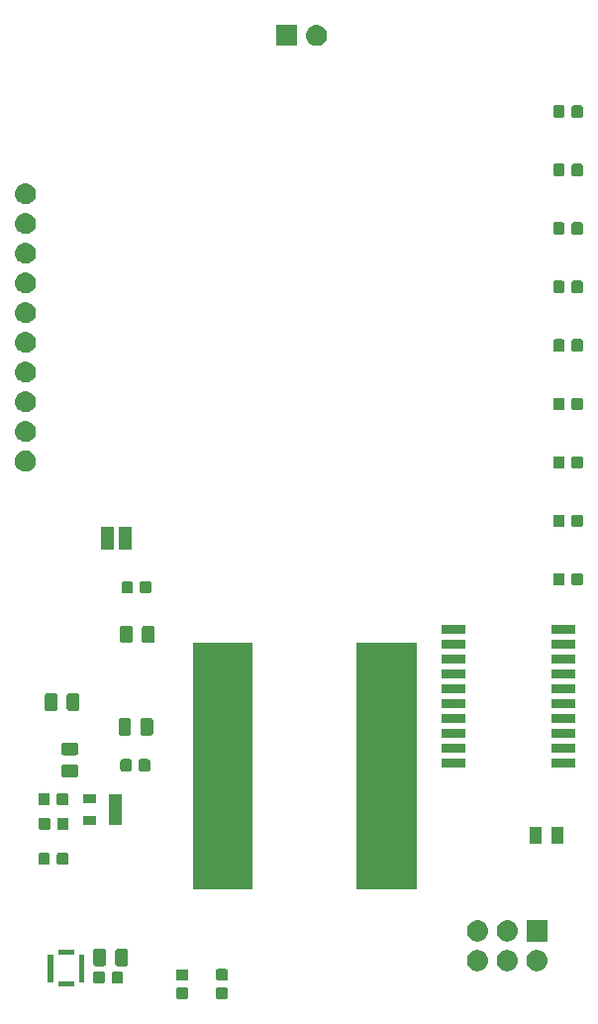
<source format=gbr>
G04 #@! TF.GenerationSoftware,KiCad,Pcbnew,(5.0.0-rc2-dev-668-g07e7340a9)*
G04 #@! TF.CreationDate,2018-10-23T00:23:44-04:00*
G04 #@! TF.ProjectId,BalancingBusinessCard,42616C616E63696E67427573696E6573,rev?*
G04 #@! TF.SameCoordinates,Original*
G04 #@! TF.FileFunction,Soldermask,Top*
G04 #@! TF.FilePolarity,Negative*
%FSLAX46Y46*%
G04 Gerber Fmt 4.6, Leading zero omitted, Abs format (unit mm)*
G04 Created by KiCad (PCBNEW (5.0.0-rc2-dev-668-g07e7340a9)) date 10/23/18 00:23:44*
%MOMM*%
%LPD*%
G01*
G04 APERTURE LIST*
%ADD10C,0.100000*%
G04 APERTURE END LIST*
D10*
G36*
X195379591Y-134915585D02*
X195413569Y-134925893D01*
X195444887Y-134942633D01*
X195472339Y-134965161D01*
X195494867Y-134992613D01*
X195511607Y-135023931D01*
X195521915Y-135057909D01*
X195526000Y-135099390D01*
X195526000Y-135700610D01*
X195521915Y-135742091D01*
X195511607Y-135776069D01*
X195494867Y-135807387D01*
X195472339Y-135834839D01*
X195444887Y-135857367D01*
X195413569Y-135874107D01*
X195379591Y-135884415D01*
X195338110Y-135888500D01*
X194661890Y-135888500D01*
X194620409Y-135884415D01*
X194586431Y-135874107D01*
X194555113Y-135857367D01*
X194527661Y-135834839D01*
X194505133Y-135807387D01*
X194488393Y-135776069D01*
X194478085Y-135742091D01*
X194474000Y-135700610D01*
X194474000Y-135099390D01*
X194478085Y-135057909D01*
X194488393Y-135023931D01*
X194505133Y-134992613D01*
X194527661Y-134965161D01*
X194555113Y-134942633D01*
X194586431Y-134925893D01*
X194620409Y-134915585D01*
X194661890Y-134911500D01*
X195338110Y-134911500D01*
X195379591Y-134915585D01*
X195379591Y-134915585D01*
G37*
G36*
X198779591Y-134903085D02*
X198813569Y-134913393D01*
X198844887Y-134930133D01*
X198872339Y-134952661D01*
X198894867Y-134980113D01*
X198911607Y-135011431D01*
X198921915Y-135045409D01*
X198926000Y-135086890D01*
X198926000Y-135688110D01*
X198921915Y-135729591D01*
X198911607Y-135763569D01*
X198894867Y-135794887D01*
X198872339Y-135822339D01*
X198844887Y-135844867D01*
X198813569Y-135861607D01*
X198779591Y-135871915D01*
X198738110Y-135876000D01*
X198061890Y-135876000D01*
X198020409Y-135871915D01*
X197986431Y-135861607D01*
X197955113Y-135844867D01*
X197927661Y-135822339D01*
X197905133Y-135794887D01*
X197888393Y-135763569D01*
X197878085Y-135729591D01*
X197874000Y-135688110D01*
X197874000Y-135086890D01*
X197878085Y-135045409D01*
X197888393Y-135011431D01*
X197905133Y-134980113D01*
X197927661Y-134952661D01*
X197955113Y-134930133D01*
X197986431Y-134913393D01*
X198020409Y-134903085D01*
X198061890Y-134899000D01*
X198738110Y-134899000D01*
X198779591Y-134903085D01*
X198779591Y-134903085D01*
G37*
G36*
X185753000Y-134830001D02*
X184397002Y-134830001D01*
X184397002Y-134372401D01*
X185753000Y-134372401D01*
X185753000Y-134830001D01*
X185753000Y-134830001D01*
G37*
G36*
X189814592Y-133533086D02*
X189848570Y-133543394D01*
X189879888Y-133560134D01*
X189907340Y-133582662D01*
X189929868Y-133610114D01*
X189946608Y-133641432D01*
X189956916Y-133675410D01*
X189961001Y-133716891D01*
X189961001Y-134393111D01*
X189956916Y-134434592D01*
X189946608Y-134468570D01*
X189929868Y-134499888D01*
X189907340Y-134527340D01*
X189879888Y-134549868D01*
X189848570Y-134566608D01*
X189814592Y-134576916D01*
X189773111Y-134581001D01*
X189171891Y-134581001D01*
X189130410Y-134576916D01*
X189096432Y-134566608D01*
X189065114Y-134549868D01*
X189037662Y-134527340D01*
X189015134Y-134499888D01*
X188998394Y-134468570D01*
X188988086Y-134434592D01*
X188984001Y-134393111D01*
X188984001Y-133716891D01*
X188988086Y-133675410D01*
X188998394Y-133641432D01*
X189015134Y-133610114D01*
X189037662Y-133582662D01*
X189065114Y-133560134D01*
X189096432Y-133543394D01*
X189130410Y-133533086D01*
X189171891Y-133529001D01*
X189773111Y-133529001D01*
X189814592Y-133533086D01*
X189814592Y-133533086D01*
G37*
G36*
X188239592Y-133533086D02*
X188273570Y-133543394D01*
X188304888Y-133560134D01*
X188332340Y-133582662D01*
X188354868Y-133610114D01*
X188371608Y-133641432D01*
X188381916Y-133675410D01*
X188386001Y-133716891D01*
X188386001Y-134393111D01*
X188381916Y-134434592D01*
X188371608Y-134468570D01*
X188354868Y-134499888D01*
X188332340Y-134527340D01*
X188304888Y-134549868D01*
X188273570Y-134566608D01*
X188239592Y-134576916D01*
X188198111Y-134581001D01*
X187596891Y-134581001D01*
X187555410Y-134576916D01*
X187521432Y-134566608D01*
X187490114Y-134549868D01*
X187462662Y-134527340D01*
X187440134Y-134499888D01*
X187423394Y-134468570D01*
X187413086Y-134434592D01*
X187409001Y-134393111D01*
X187409001Y-133716891D01*
X187413086Y-133675410D01*
X187423394Y-133641432D01*
X187440134Y-133610114D01*
X187462662Y-133582662D01*
X187490114Y-133560134D01*
X187521432Y-133543394D01*
X187555410Y-133533086D01*
X187596891Y-133529001D01*
X188198111Y-133529001D01*
X188239592Y-133533086D01*
X188239592Y-133533086D01*
G37*
G36*
X183957601Y-134433002D02*
X183500001Y-134433002D01*
X183500001Y-132077000D01*
X183957601Y-132077000D01*
X183957601Y-134433002D01*
X183957601Y-134433002D01*
G37*
G36*
X186650001Y-134433002D02*
X186192401Y-134433002D01*
X186192401Y-132077000D01*
X186650001Y-132077000D01*
X186650001Y-134433002D01*
X186650001Y-134433002D01*
G37*
G36*
X195379591Y-133340585D02*
X195413569Y-133350893D01*
X195444887Y-133367633D01*
X195472339Y-133390161D01*
X195494867Y-133417613D01*
X195511607Y-133448931D01*
X195521915Y-133482909D01*
X195526000Y-133524390D01*
X195526000Y-134125610D01*
X195521915Y-134167091D01*
X195511607Y-134201069D01*
X195494867Y-134232387D01*
X195472339Y-134259839D01*
X195444887Y-134282367D01*
X195413569Y-134299107D01*
X195379591Y-134309415D01*
X195338110Y-134313500D01*
X194661890Y-134313500D01*
X194620409Y-134309415D01*
X194586431Y-134299107D01*
X194555113Y-134282367D01*
X194527661Y-134259839D01*
X194505133Y-134232387D01*
X194488393Y-134201069D01*
X194478085Y-134167091D01*
X194474000Y-134125610D01*
X194474000Y-133524390D01*
X194478085Y-133482909D01*
X194488393Y-133448931D01*
X194505133Y-133417613D01*
X194527661Y-133390161D01*
X194555113Y-133367633D01*
X194586431Y-133350893D01*
X194620409Y-133340585D01*
X194661890Y-133336500D01*
X195338110Y-133336500D01*
X195379591Y-133340585D01*
X195379591Y-133340585D01*
G37*
G36*
X198779591Y-133328085D02*
X198813569Y-133338393D01*
X198844887Y-133355133D01*
X198872339Y-133377661D01*
X198894867Y-133405113D01*
X198911607Y-133436431D01*
X198921915Y-133470409D01*
X198926000Y-133511890D01*
X198926000Y-134113110D01*
X198921915Y-134154591D01*
X198911607Y-134188569D01*
X198894867Y-134219887D01*
X198872339Y-134247339D01*
X198844887Y-134269867D01*
X198813569Y-134286607D01*
X198779591Y-134296915D01*
X198738110Y-134301000D01*
X198061890Y-134301000D01*
X198020409Y-134296915D01*
X197986431Y-134286607D01*
X197955113Y-134269867D01*
X197927661Y-134247339D01*
X197905133Y-134219887D01*
X197888393Y-134188569D01*
X197878085Y-134154591D01*
X197874000Y-134113110D01*
X197874000Y-133511890D01*
X197878085Y-133470409D01*
X197888393Y-133436431D01*
X197905133Y-133405113D01*
X197927661Y-133377661D01*
X197955113Y-133355133D01*
X197986431Y-133338393D01*
X198020409Y-133328085D01*
X198061890Y-133324000D01*
X198738110Y-133324000D01*
X198779591Y-133328085D01*
X198779591Y-133328085D01*
G37*
G36*
X225450442Y-131705518D02*
X225516627Y-131712037D01*
X225609511Y-131740213D01*
X225686467Y-131763557D01*
X225730117Y-131786889D01*
X225842991Y-131847222D01*
X225878729Y-131876552D01*
X225980186Y-131959814D01*
X226063448Y-132061271D01*
X226092778Y-132097009D01*
X226092779Y-132097011D01*
X226176443Y-132253533D01*
X226176443Y-132253534D01*
X226227963Y-132423373D01*
X226245359Y-132600000D01*
X226227963Y-132776627D01*
X226218825Y-132806751D01*
X226176443Y-132946467D01*
X226115915Y-133059705D01*
X226092778Y-133102991D01*
X226063448Y-133138729D01*
X225980186Y-133240186D01*
X225878729Y-133323448D01*
X225842991Y-133352778D01*
X225842989Y-133352779D01*
X225686467Y-133436443D01*
X225658086Y-133445052D01*
X225516627Y-133487963D01*
X225450442Y-133494482D01*
X225384260Y-133501000D01*
X225295740Y-133501000D01*
X225229558Y-133494482D01*
X225163373Y-133487963D01*
X225021914Y-133445052D01*
X224993533Y-133436443D01*
X224837011Y-133352779D01*
X224837009Y-133352778D01*
X224801271Y-133323448D01*
X224699814Y-133240186D01*
X224616552Y-133138729D01*
X224587222Y-133102991D01*
X224564085Y-133059705D01*
X224503557Y-132946467D01*
X224461175Y-132806751D01*
X224452037Y-132776627D01*
X224434641Y-132600000D01*
X224452037Y-132423373D01*
X224503557Y-132253534D01*
X224503557Y-132253533D01*
X224587221Y-132097011D01*
X224587222Y-132097009D01*
X224616552Y-132061271D01*
X224699814Y-131959814D01*
X224801271Y-131876552D01*
X224837009Y-131847222D01*
X224949883Y-131786889D01*
X224993533Y-131763557D01*
X225070489Y-131740213D01*
X225163373Y-131712037D01*
X225229558Y-131705518D01*
X225295740Y-131699000D01*
X225384260Y-131699000D01*
X225450442Y-131705518D01*
X225450442Y-131705518D01*
G37*
G36*
X222910442Y-131705518D02*
X222976627Y-131712037D01*
X223069511Y-131740213D01*
X223146467Y-131763557D01*
X223190117Y-131786889D01*
X223302991Y-131847222D01*
X223338729Y-131876552D01*
X223440186Y-131959814D01*
X223523448Y-132061271D01*
X223552778Y-132097009D01*
X223552779Y-132097011D01*
X223636443Y-132253533D01*
X223636443Y-132253534D01*
X223687963Y-132423373D01*
X223705359Y-132600000D01*
X223687963Y-132776627D01*
X223678825Y-132806751D01*
X223636443Y-132946467D01*
X223575915Y-133059705D01*
X223552778Y-133102991D01*
X223523448Y-133138729D01*
X223440186Y-133240186D01*
X223338729Y-133323448D01*
X223302991Y-133352778D01*
X223302989Y-133352779D01*
X223146467Y-133436443D01*
X223118086Y-133445052D01*
X222976627Y-133487963D01*
X222910442Y-133494482D01*
X222844260Y-133501000D01*
X222755740Y-133501000D01*
X222689558Y-133494482D01*
X222623373Y-133487963D01*
X222481914Y-133445052D01*
X222453533Y-133436443D01*
X222297011Y-133352779D01*
X222297009Y-133352778D01*
X222261271Y-133323448D01*
X222159814Y-133240186D01*
X222076552Y-133138729D01*
X222047222Y-133102991D01*
X222024085Y-133059705D01*
X221963557Y-132946467D01*
X221921175Y-132806751D01*
X221912037Y-132776627D01*
X221894641Y-132600000D01*
X221912037Y-132423373D01*
X221963557Y-132253534D01*
X221963557Y-132253533D01*
X222047221Y-132097011D01*
X222047222Y-132097009D01*
X222076552Y-132061271D01*
X222159814Y-131959814D01*
X222261271Y-131876552D01*
X222297009Y-131847222D01*
X222409883Y-131786889D01*
X222453533Y-131763557D01*
X222530489Y-131740213D01*
X222623373Y-131712037D01*
X222689558Y-131705518D01*
X222755740Y-131699000D01*
X222844260Y-131699000D01*
X222910442Y-131705518D01*
X222910442Y-131705518D01*
G37*
G36*
X220370442Y-131705518D02*
X220436627Y-131712037D01*
X220529511Y-131740213D01*
X220606467Y-131763557D01*
X220650117Y-131786889D01*
X220762991Y-131847222D01*
X220798729Y-131876552D01*
X220900186Y-131959814D01*
X220983448Y-132061271D01*
X221012778Y-132097009D01*
X221012779Y-132097011D01*
X221096443Y-132253533D01*
X221096443Y-132253534D01*
X221147963Y-132423373D01*
X221165359Y-132600000D01*
X221147963Y-132776627D01*
X221138825Y-132806751D01*
X221096443Y-132946467D01*
X221035915Y-133059705D01*
X221012778Y-133102991D01*
X220983448Y-133138729D01*
X220900186Y-133240186D01*
X220798729Y-133323448D01*
X220762991Y-133352778D01*
X220762989Y-133352779D01*
X220606467Y-133436443D01*
X220578086Y-133445052D01*
X220436627Y-133487963D01*
X220370442Y-133494482D01*
X220304260Y-133501000D01*
X220215740Y-133501000D01*
X220149558Y-133494482D01*
X220083373Y-133487963D01*
X219941914Y-133445052D01*
X219913533Y-133436443D01*
X219757011Y-133352779D01*
X219757009Y-133352778D01*
X219721271Y-133323448D01*
X219619814Y-133240186D01*
X219536552Y-133138729D01*
X219507222Y-133102991D01*
X219484085Y-133059705D01*
X219423557Y-132946467D01*
X219381175Y-132806751D01*
X219372037Y-132776627D01*
X219354641Y-132600000D01*
X219372037Y-132423373D01*
X219423557Y-132253534D01*
X219423557Y-132253533D01*
X219507221Y-132097011D01*
X219507222Y-132097009D01*
X219536552Y-132061271D01*
X219619814Y-131959814D01*
X219721271Y-131876552D01*
X219757009Y-131847222D01*
X219869883Y-131786889D01*
X219913533Y-131763557D01*
X219990489Y-131740213D01*
X220083373Y-131712037D01*
X220149558Y-131705518D01*
X220215740Y-131699000D01*
X220304260Y-131699000D01*
X220370442Y-131705518D01*
X220370442Y-131705518D01*
G37*
G36*
X188319467Y-131578566D02*
X188358138Y-131590297D01*
X188393780Y-131609349D01*
X188425018Y-131634984D01*
X188450653Y-131666222D01*
X188469705Y-131701864D01*
X188481436Y-131740535D01*
X188486001Y-131786889D01*
X188486001Y-132863113D01*
X188481436Y-132909467D01*
X188469705Y-132948138D01*
X188450653Y-132983780D01*
X188425018Y-133015018D01*
X188393780Y-133040653D01*
X188358138Y-133059705D01*
X188319467Y-133071436D01*
X188273113Y-133076001D01*
X187621889Y-133076001D01*
X187575535Y-133071436D01*
X187536864Y-133059705D01*
X187501222Y-133040653D01*
X187469984Y-133015018D01*
X187444349Y-132983780D01*
X187425297Y-132948138D01*
X187413566Y-132909467D01*
X187409001Y-132863113D01*
X187409001Y-131786889D01*
X187413566Y-131740535D01*
X187425297Y-131701864D01*
X187444349Y-131666222D01*
X187469984Y-131634984D01*
X187501222Y-131609349D01*
X187536864Y-131590297D01*
X187575535Y-131578566D01*
X187621889Y-131574001D01*
X188273113Y-131574001D01*
X188319467Y-131578566D01*
X188319467Y-131578566D01*
G37*
G36*
X190194467Y-131578566D02*
X190233138Y-131590297D01*
X190268780Y-131609349D01*
X190300018Y-131634984D01*
X190325653Y-131666222D01*
X190344705Y-131701864D01*
X190356436Y-131740535D01*
X190361001Y-131786889D01*
X190361001Y-132863113D01*
X190356436Y-132909467D01*
X190344705Y-132948138D01*
X190325653Y-132983780D01*
X190300018Y-133015018D01*
X190268780Y-133040653D01*
X190233138Y-133059705D01*
X190194467Y-133071436D01*
X190148113Y-133076001D01*
X189496889Y-133076001D01*
X189450535Y-133071436D01*
X189411864Y-133059705D01*
X189376222Y-133040653D01*
X189344984Y-133015018D01*
X189319349Y-132983780D01*
X189300297Y-132948138D01*
X189288566Y-132909467D01*
X189284001Y-132863113D01*
X189284001Y-131786889D01*
X189288566Y-131740535D01*
X189300297Y-131701864D01*
X189319349Y-131666222D01*
X189344984Y-131634984D01*
X189376222Y-131609349D01*
X189411864Y-131590297D01*
X189450535Y-131578566D01*
X189496889Y-131574001D01*
X190148113Y-131574001D01*
X190194467Y-131578566D01*
X190194467Y-131578566D01*
G37*
G36*
X185753000Y-132137601D02*
X184397002Y-132137601D01*
X184397002Y-131680001D01*
X185753000Y-131680001D01*
X185753000Y-132137601D01*
X185753000Y-132137601D01*
G37*
G36*
X222910442Y-129165518D02*
X222976627Y-129172037D01*
X223089853Y-129206384D01*
X223146467Y-129223557D01*
X223285087Y-129297652D01*
X223302991Y-129307222D01*
X223338729Y-129336552D01*
X223440186Y-129419814D01*
X223523448Y-129521271D01*
X223552778Y-129557009D01*
X223552779Y-129557011D01*
X223636443Y-129713533D01*
X223636443Y-129713534D01*
X223687963Y-129883373D01*
X223705359Y-130060000D01*
X223687963Y-130236627D01*
X223653616Y-130349853D01*
X223636443Y-130406467D01*
X223562348Y-130545087D01*
X223552778Y-130562991D01*
X223523448Y-130598729D01*
X223440186Y-130700186D01*
X223338729Y-130783448D01*
X223302991Y-130812778D01*
X223302989Y-130812779D01*
X223146467Y-130896443D01*
X223089853Y-130913616D01*
X222976627Y-130947963D01*
X222910442Y-130954482D01*
X222844260Y-130961000D01*
X222755740Y-130961000D01*
X222689558Y-130954482D01*
X222623373Y-130947963D01*
X222510147Y-130913616D01*
X222453533Y-130896443D01*
X222297011Y-130812779D01*
X222297009Y-130812778D01*
X222261271Y-130783448D01*
X222159814Y-130700186D01*
X222076552Y-130598729D01*
X222047222Y-130562991D01*
X222037652Y-130545087D01*
X221963557Y-130406467D01*
X221946384Y-130349853D01*
X221912037Y-130236627D01*
X221894641Y-130060000D01*
X221912037Y-129883373D01*
X221963557Y-129713534D01*
X221963557Y-129713533D01*
X222047221Y-129557011D01*
X222047222Y-129557009D01*
X222076552Y-129521271D01*
X222159814Y-129419814D01*
X222261271Y-129336552D01*
X222297009Y-129307222D01*
X222314913Y-129297652D01*
X222453533Y-129223557D01*
X222510147Y-129206384D01*
X222623373Y-129172037D01*
X222689558Y-129165518D01*
X222755740Y-129159000D01*
X222844260Y-129159000D01*
X222910442Y-129165518D01*
X222910442Y-129165518D01*
G37*
G36*
X226241000Y-130961000D02*
X224439000Y-130961000D01*
X224439000Y-129159000D01*
X226241000Y-129159000D01*
X226241000Y-130961000D01*
X226241000Y-130961000D01*
G37*
G36*
X220370442Y-129165518D02*
X220436627Y-129172037D01*
X220549853Y-129206384D01*
X220606467Y-129223557D01*
X220745087Y-129297652D01*
X220762991Y-129307222D01*
X220798729Y-129336552D01*
X220900186Y-129419814D01*
X220983448Y-129521271D01*
X221012778Y-129557009D01*
X221012779Y-129557011D01*
X221096443Y-129713533D01*
X221096443Y-129713534D01*
X221147963Y-129883373D01*
X221165359Y-130060000D01*
X221147963Y-130236627D01*
X221113616Y-130349853D01*
X221096443Y-130406467D01*
X221022348Y-130545087D01*
X221012778Y-130562991D01*
X220983448Y-130598729D01*
X220900186Y-130700186D01*
X220798729Y-130783448D01*
X220762991Y-130812778D01*
X220762989Y-130812779D01*
X220606467Y-130896443D01*
X220549853Y-130913616D01*
X220436627Y-130947963D01*
X220370442Y-130954482D01*
X220304260Y-130961000D01*
X220215740Y-130961000D01*
X220149558Y-130954482D01*
X220083373Y-130947963D01*
X219970147Y-130913616D01*
X219913533Y-130896443D01*
X219757011Y-130812779D01*
X219757009Y-130812778D01*
X219721271Y-130783448D01*
X219619814Y-130700186D01*
X219536552Y-130598729D01*
X219507222Y-130562991D01*
X219497652Y-130545087D01*
X219423557Y-130406467D01*
X219406384Y-130349853D01*
X219372037Y-130236627D01*
X219354641Y-130060000D01*
X219372037Y-129883373D01*
X219423557Y-129713534D01*
X219423557Y-129713533D01*
X219507221Y-129557011D01*
X219507222Y-129557009D01*
X219536552Y-129521271D01*
X219619814Y-129419814D01*
X219721271Y-129336552D01*
X219757009Y-129307222D01*
X219774913Y-129297652D01*
X219913533Y-129223557D01*
X219970147Y-129206384D01*
X220083373Y-129172037D01*
X220149558Y-129165518D01*
X220215740Y-129159000D01*
X220304260Y-129159000D01*
X220370442Y-129165518D01*
X220370442Y-129165518D01*
G37*
G36*
X201051000Y-126551000D02*
X195949000Y-126551000D01*
X195949000Y-105449000D01*
X201051000Y-105449000D01*
X201051000Y-126551000D01*
X201051000Y-126551000D01*
G37*
G36*
X215051000Y-126551000D02*
X209949000Y-126551000D01*
X209949000Y-105449000D01*
X215051000Y-105449000D01*
X215051000Y-126551000D01*
X215051000Y-126551000D01*
G37*
G36*
X183542091Y-123378085D02*
X183576069Y-123388393D01*
X183607387Y-123405133D01*
X183634839Y-123427661D01*
X183657367Y-123455113D01*
X183674107Y-123486431D01*
X183684415Y-123520409D01*
X183688500Y-123561890D01*
X183688500Y-124238110D01*
X183684415Y-124279591D01*
X183674107Y-124313569D01*
X183657367Y-124344887D01*
X183634839Y-124372339D01*
X183607387Y-124394867D01*
X183576069Y-124411607D01*
X183542091Y-124421915D01*
X183500610Y-124426000D01*
X182899390Y-124426000D01*
X182857909Y-124421915D01*
X182823931Y-124411607D01*
X182792613Y-124394867D01*
X182765161Y-124372339D01*
X182742633Y-124344887D01*
X182725893Y-124313569D01*
X182715585Y-124279591D01*
X182711500Y-124238110D01*
X182711500Y-123561890D01*
X182715585Y-123520409D01*
X182725893Y-123486431D01*
X182742633Y-123455113D01*
X182765161Y-123427661D01*
X182792613Y-123405133D01*
X182823931Y-123388393D01*
X182857909Y-123378085D01*
X182899390Y-123374000D01*
X183500610Y-123374000D01*
X183542091Y-123378085D01*
X183542091Y-123378085D01*
G37*
G36*
X185117091Y-123378085D02*
X185151069Y-123388393D01*
X185182387Y-123405133D01*
X185209839Y-123427661D01*
X185232367Y-123455113D01*
X185249107Y-123486431D01*
X185259415Y-123520409D01*
X185263500Y-123561890D01*
X185263500Y-124238110D01*
X185259415Y-124279591D01*
X185249107Y-124313569D01*
X185232367Y-124344887D01*
X185209839Y-124372339D01*
X185182387Y-124394867D01*
X185151069Y-124411607D01*
X185117091Y-124421915D01*
X185075610Y-124426000D01*
X184474390Y-124426000D01*
X184432909Y-124421915D01*
X184398931Y-124411607D01*
X184367613Y-124394867D01*
X184340161Y-124372339D01*
X184317633Y-124344887D01*
X184300893Y-124313569D01*
X184290585Y-124279591D01*
X184286500Y-124238110D01*
X184286500Y-123561890D01*
X184290585Y-123520409D01*
X184300893Y-123486431D01*
X184317633Y-123455113D01*
X184340161Y-123427661D01*
X184367613Y-123405133D01*
X184398931Y-123388393D01*
X184432909Y-123378085D01*
X184474390Y-123374000D01*
X185075610Y-123374000D01*
X185117091Y-123378085D01*
X185117091Y-123378085D01*
G37*
G36*
X225596966Y-121153565D02*
X225635637Y-121165296D01*
X225671279Y-121184348D01*
X225702517Y-121209983D01*
X225728152Y-121241221D01*
X225747204Y-121276863D01*
X225758935Y-121315534D01*
X225763500Y-121361888D01*
X225763500Y-122438112D01*
X225758935Y-122484466D01*
X225747204Y-122523137D01*
X225728152Y-122558779D01*
X225702517Y-122590017D01*
X225671279Y-122615652D01*
X225635637Y-122634704D01*
X225596966Y-122646435D01*
X225550612Y-122651000D01*
X224899388Y-122651000D01*
X224853034Y-122646435D01*
X224814363Y-122634704D01*
X224778721Y-122615652D01*
X224747483Y-122590017D01*
X224721848Y-122558779D01*
X224702796Y-122523137D01*
X224691065Y-122484466D01*
X224686500Y-122438112D01*
X224686500Y-121361888D01*
X224691065Y-121315534D01*
X224702796Y-121276863D01*
X224721848Y-121241221D01*
X224747483Y-121209983D01*
X224778721Y-121184348D01*
X224814363Y-121165296D01*
X224853034Y-121153565D01*
X224899388Y-121149000D01*
X225550612Y-121149000D01*
X225596966Y-121153565D01*
X225596966Y-121153565D01*
G37*
G36*
X227471966Y-121153565D02*
X227510637Y-121165296D01*
X227546279Y-121184348D01*
X227577517Y-121209983D01*
X227603152Y-121241221D01*
X227622204Y-121276863D01*
X227633935Y-121315534D01*
X227638500Y-121361888D01*
X227638500Y-122438112D01*
X227633935Y-122484466D01*
X227622204Y-122523137D01*
X227603152Y-122558779D01*
X227577517Y-122590017D01*
X227546279Y-122615652D01*
X227510637Y-122634704D01*
X227471966Y-122646435D01*
X227425612Y-122651000D01*
X226774388Y-122651000D01*
X226728034Y-122646435D01*
X226689363Y-122634704D01*
X226653721Y-122615652D01*
X226622483Y-122590017D01*
X226596848Y-122558779D01*
X226577796Y-122523137D01*
X226566065Y-122484466D01*
X226561500Y-122438112D01*
X226561500Y-121361888D01*
X226566065Y-121315534D01*
X226577796Y-121276863D01*
X226596848Y-121241221D01*
X226622483Y-121209983D01*
X226653721Y-121184348D01*
X226689363Y-121165296D01*
X226728034Y-121153565D01*
X226774388Y-121149000D01*
X227425612Y-121149000D01*
X227471966Y-121153565D01*
X227471966Y-121153565D01*
G37*
G36*
X183567091Y-120378085D02*
X183601069Y-120388393D01*
X183632387Y-120405133D01*
X183659839Y-120427661D01*
X183682367Y-120455113D01*
X183699107Y-120486431D01*
X183709415Y-120520409D01*
X183713500Y-120561890D01*
X183713500Y-121238110D01*
X183709415Y-121279591D01*
X183699107Y-121313569D01*
X183682367Y-121344887D01*
X183659839Y-121372339D01*
X183632387Y-121394867D01*
X183601069Y-121411607D01*
X183567091Y-121421915D01*
X183525610Y-121426000D01*
X182924390Y-121426000D01*
X182882909Y-121421915D01*
X182848931Y-121411607D01*
X182817613Y-121394867D01*
X182790161Y-121372339D01*
X182767633Y-121344887D01*
X182750893Y-121313569D01*
X182740585Y-121279591D01*
X182736500Y-121238110D01*
X182736500Y-120561890D01*
X182740585Y-120520409D01*
X182750893Y-120486431D01*
X182767633Y-120455113D01*
X182790161Y-120427661D01*
X182817613Y-120405133D01*
X182848931Y-120388393D01*
X182882909Y-120378085D01*
X182924390Y-120374000D01*
X183525610Y-120374000D01*
X183567091Y-120378085D01*
X183567091Y-120378085D01*
G37*
G36*
X185142091Y-120378085D02*
X185176069Y-120388393D01*
X185207387Y-120405133D01*
X185234839Y-120427661D01*
X185257367Y-120455113D01*
X185274107Y-120486431D01*
X185284415Y-120520409D01*
X185288500Y-120561890D01*
X185288500Y-121238110D01*
X185284415Y-121279591D01*
X185274107Y-121313569D01*
X185257367Y-121344887D01*
X185234839Y-121372339D01*
X185207387Y-121394867D01*
X185176069Y-121411607D01*
X185142091Y-121421915D01*
X185100610Y-121426000D01*
X184499390Y-121426000D01*
X184457909Y-121421915D01*
X184423931Y-121411607D01*
X184392613Y-121394867D01*
X184365161Y-121372339D01*
X184342633Y-121344887D01*
X184325893Y-121313569D01*
X184315585Y-121279591D01*
X184311500Y-121238110D01*
X184311500Y-120561890D01*
X184315585Y-120520409D01*
X184325893Y-120486431D01*
X184342633Y-120455113D01*
X184365161Y-120427661D01*
X184392613Y-120405133D01*
X184423931Y-120388393D01*
X184457909Y-120378085D01*
X184499390Y-120374000D01*
X185100610Y-120374000D01*
X185142091Y-120378085D01*
X185142091Y-120378085D01*
G37*
G36*
X187681000Y-121026000D02*
X186519000Y-121026000D01*
X186519000Y-120274000D01*
X187681000Y-120274000D01*
X187681000Y-121026000D01*
X187681000Y-121026000D01*
G37*
G36*
X189881000Y-121026000D02*
X188719000Y-121026000D01*
X188719000Y-118374000D01*
X189881000Y-118374000D01*
X189881000Y-121026000D01*
X189881000Y-121026000D01*
G37*
G36*
X183542091Y-118278085D02*
X183576069Y-118288393D01*
X183607387Y-118305133D01*
X183634839Y-118327661D01*
X183657367Y-118355113D01*
X183674107Y-118386431D01*
X183684415Y-118420409D01*
X183688500Y-118461890D01*
X183688500Y-119138110D01*
X183684415Y-119179591D01*
X183674107Y-119213569D01*
X183657367Y-119244887D01*
X183634839Y-119272339D01*
X183607387Y-119294867D01*
X183576069Y-119311607D01*
X183542091Y-119321915D01*
X183500610Y-119326000D01*
X182899390Y-119326000D01*
X182857909Y-119321915D01*
X182823931Y-119311607D01*
X182792613Y-119294867D01*
X182765161Y-119272339D01*
X182742633Y-119244887D01*
X182725893Y-119213569D01*
X182715585Y-119179591D01*
X182711500Y-119138110D01*
X182711500Y-118461890D01*
X182715585Y-118420409D01*
X182725893Y-118386431D01*
X182742633Y-118355113D01*
X182765161Y-118327661D01*
X182792613Y-118305133D01*
X182823931Y-118288393D01*
X182857909Y-118278085D01*
X182899390Y-118274000D01*
X183500610Y-118274000D01*
X183542091Y-118278085D01*
X183542091Y-118278085D01*
G37*
G36*
X185117091Y-118278085D02*
X185151069Y-118288393D01*
X185182387Y-118305133D01*
X185209839Y-118327661D01*
X185232367Y-118355113D01*
X185249107Y-118386431D01*
X185259415Y-118420409D01*
X185263500Y-118461890D01*
X185263500Y-119138110D01*
X185259415Y-119179591D01*
X185249107Y-119213569D01*
X185232367Y-119244887D01*
X185209839Y-119272339D01*
X185182387Y-119294867D01*
X185151069Y-119311607D01*
X185117091Y-119321915D01*
X185075610Y-119326000D01*
X184474390Y-119326000D01*
X184432909Y-119321915D01*
X184398931Y-119311607D01*
X184367613Y-119294867D01*
X184340161Y-119272339D01*
X184317633Y-119244887D01*
X184300893Y-119213569D01*
X184290585Y-119179591D01*
X184286500Y-119138110D01*
X184286500Y-118461890D01*
X184290585Y-118420409D01*
X184300893Y-118386431D01*
X184317633Y-118355113D01*
X184340161Y-118327661D01*
X184367613Y-118305133D01*
X184398931Y-118288393D01*
X184432909Y-118278085D01*
X184474390Y-118274000D01*
X185075610Y-118274000D01*
X185117091Y-118278085D01*
X185117091Y-118278085D01*
G37*
G36*
X187681000Y-119126000D02*
X186519000Y-119126000D01*
X186519000Y-118374000D01*
X187681000Y-118374000D01*
X187681000Y-119126000D01*
X187681000Y-119126000D01*
G37*
G36*
X185984466Y-115841065D02*
X186023137Y-115852796D01*
X186058779Y-115871848D01*
X186090017Y-115897483D01*
X186115652Y-115928721D01*
X186134704Y-115964363D01*
X186146435Y-116003034D01*
X186151000Y-116049388D01*
X186151000Y-116700612D01*
X186146435Y-116746966D01*
X186134704Y-116785637D01*
X186115652Y-116821279D01*
X186090017Y-116852517D01*
X186058779Y-116878152D01*
X186023137Y-116897204D01*
X185984466Y-116908935D01*
X185938112Y-116913500D01*
X184861888Y-116913500D01*
X184815534Y-116908935D01*
X184776863Y-116897204D01*
X184741221Y-116878152D01*
X184709983Y-116852517D01*
X184684348Y-116821279D01*
X184665296Y-116785637D01*
X184653565Y-116746966D01*
X184649000Y-116700612D01*
X184649000Y-116049388D01*
X184653565Y-116003034D01*
X184665296Y-115964363D01*
X184684348Y-115928721D01*
X184709983Y-115897483D01*
X184741221Y-115871848D01*
X184776863Y-115852796D01*
X184815534Y-115841065D01*
X184861888Y-115836500D01*
X185938112Y-115836500D01*
X185984466Y-115841065D01*
X185984466Y-115841065D01*
G37*
G36*
X192117091Y-115378085D02*
X192151069Y-115388393D01*
X192182387Y-115405133D01*
X192209839Y-115427661D01*
X192232367Y-115455113D01*
X192249107Y-115486431D01*
X192259415Y-115520409D01*
X192263500Y-115561890D01*
X192263500Y-116238110D01*
X192259415Y-116279591D01*
X192249107Y-116313569D01*
X192232367Y-116344887D01*
X192209839Y-116372339D01*
X192182387Y-116394867D01*
X192151069Y-116411607D01*
X192117091Y-116421915D01*
X192075610Y-116426000D01*
X191474390Y-116426000D01*
X191432909Y-116421915D01*
X191398931Y-116411607D01*
X191367613Y-116394867D01*
X191340161Y-116372339D01*
X191317633Y-116344887D01*
X191300893Y-116313569D01*
X191290585Y-116279591D01*
X191286500Y-116238110D01*
X191286500Y-115561890D01*
X191290585Y-115520409D01*
X191300893Y-115486431D01*
X191317633Y-115455113D01*
X191340161Y-115427661D01*
X191367613Y-115405133D01*
X191398931Y-115388393D01*
X191432909Y-115378085D01*
X191474390Y-115374000D01*
X192075610Y-115374000D01*
X192117091Y-115378085D01*
X192117091Y-115378085D01*
G37*
G36*
X190542091Y-115378085D02*
X190576069Y-115388393D01*
X190607387Y-115405133D01*
X190634839Y-115427661D01*
X190657367Y-115455113D01*
X190674107Y-115486431D01*
X190684415Y-115520409D01*
X190688500Y-115561890D01*
X190688500Y-116238110D01*
X190684415Y-116279591D01*
X190674107Y-116313569D01*
X190657367Y-116344887D01*
X190634839Y-116372339D01*
X190607387Y-116394867D01*
X190576069Y-116411607D01*
X190542091Y-116421915D01*
X190500610Y-116426000D01*
X189899390Y-116426000D01*
X189857909Y-116421915D01*
X189823931Y-116411607D01*
X189792613Y-116394867D01*
X189765161Y-116372339D01*
X189742633Y-116344887D01*
X189725893Y-116313569D01*
X189715585Y-116279591D01*
X189711500Y-116238110D01*
X189711500Y-115561890D01*
X189715585Y-115520409D01*
X189725893Y-115486431D01*
X189742633Y-115455113D01*
X189765161Y-115427661D01*
X189792613Y-115405133D01*
X189823931Y-115388393D01*
X189857909Y-115378085D01*
X189899390Y-115374000D01*
X190500610Y-115374000D01*
X190542091Y-115378085D01*
X190542091Y-115378085D01*
G37*
G36*
X228626000Y-116066000D02*
X226574000Y-116066000D01*
X226574000Y-115364000D01*
X228626000Y-115364000D01*
X228626000Y-116066000D01*
X228626000Y-116066000D01*
G37*
G36*
X219226000Y-116066000D02*
X217174000Y-116066000D01*
X217174000Y-115364000D01*
X219226000Y-115364000D01*
X219226000Y-116066000D01*
X219226000Y-116066000D01*
G37*
G36*
X185984466Y-113966065D02*
X186023137Y-113977796D01*
X186058779Y-113996848D01*
X186090017Y-114022483D01*
X186115652Y-114053721D01*
X186134704Y-114089363D01*
X186146435Y-114128034D01*
X186151000Y-114174388D01*
X186151000Y-114825612D01*
X186146435Y-114871966D01*
X186134704Y-114910637D01*
X186115652Y-114946279D01*
X186090017Y-114977517D01*
X186058779Y-115003152D01*
X186023137Y-115022204D01*
X185984466Y-115033935D01*
X185938112Y-115038500D01*
X184861888Y-115038500D01*
X184815534Y-115033935D01*
X184776863Y-115022204D01*
X184741221Y-115003152D01*
X184709983Y-114977517D01*
X184684348Y-114946279D01*
X184665296Y-114910637D01*
X184653565Y-114871966D01*
X184649000Y-114825612D01*
X184649000Y-114174388D01*
X184653565Y-114128034D01*
X184665296Y-114089363D01*
X184684348Y-114053721D01*
X184709983Y-114022483D01*
X184741221Y-113996848D01*
X184776863Y-113977796D01*
X184815534Y-113966065D01*
X184861888Y-113961500D01*
X185938112Y-113961500D01*
X185984466Y-113966065D01*
X185984466Y-113966065D01*
G37*
G36*
X228626000Y-114796000D02*
X226574000Y-114796000D01*
X226574000Y-114094000D01*
X228626000Y-114094000D01*
X228626000Y-114796000D01*
X228626000Y-114796000D01*
G37*
G36*
X219226000Y-114796000D02*
X217174000Y-114796000D01*
X217174000Y-114094000D01*
X219226000Y-114094000D01*
X219226000Y-114796000D01*
X219226000Y-114796000D01*
G37*
G36*
X219226000Y-113526000D02*
X217174000Y-113526000D01*
X217174000Y-112824000D01*
X219226000Y-112824000D01*
X219226000Y-113526000D01*
X219226000Y-113526000D01*
G37*
G36*
X228626000Y-113526000D02*
X226574000Y-113526000D01*
X226574000Y-112824000D01*
X228626000Y-112824000D01*
X228626000Y-113526000D01*
X228626000Y-113526000D01*
G37*
G36*
X190471966Y-111853565D02*
X190510637Y-111865296D01*
X190546279Y-111884348D01*
X190577517Y-111909983D01*
X190603152Y-111941221D01*
X190622204Y-111976863D01*
X190633935Y-112015534D01*
X190638500Y-112061888D01*
X190638500Y-113138112D01*
X190633935Y-113184466D01*
X190622204Y-113223137D01*
X190603152Y-113258779D01*
X190577517Y-113290017D01*
X190546279Y-113315652D01*
X190510637Y-113334704D01*
X190471966Y-113346435D01*
X190425612Y-113351000D01*
X189774388Y-113351000D01*
X189728034Y-113346435D01*
X189689363Y-113334704D01*
X189653721Y-113315652D01*
X189622483Y-113290017D01*
X189596848Y-113258779D01*
X189577796Y-113223137D01*
X189566065Y-113184466D01*
X189561500Y-113138112D01*
X189561500Y-112061888D01*
X189566065Y-112015534D01*
X189577796Y-111976863D01*
X189596848Y-111941221D01*
X189622483Y-111909983D01*
X189653721Y-111884348D01*
X189689363Y-111865296D01*
X189728034Y-111853565D01*
X189774388Y-111849000D01*
X190425612Y-111849000D01*
X190471966Y-111853565D01*
X190471966Y-111853565D01*
G37*
G36*
X192346966Y-111853565D02*
X192385637Y-111865296D01*
X192421279Y-111884348D01*
X192452517Y-111909983D01*
X192478152Y-111941221D01*
X192497204Y-111976863D01*
X192508935Y-112015534D01*
X192513500Y-112061888D01*
X192513500Y-113138112D01*
X192508935Y-113184466D01*
X192497204Y-113223137D01*
X192478152Y-113258779D01*
X192452517Y-113290017D01*
X192421279Y-113315652D01*
X192385637Y-113334704D01*
X192346966Y-113346435D01*
X192300612Y-113351000D01*
X191649388Y-113351000D01*
X191603034Y-113346435D01*
X191564363Y-113334704D01*
X191528721Y-113315652D01*
X191497483Y-113290017D01*
X191471848Y-113258779D01*
X191452796Y-113223137D01*
X191441065Y-113184466D01*
X191436500Y-113138112D01*
X191436500Y-112061888D01*
X191441065Y-112015534D01*
X191452796Y-111976863D01*
X191471848Y-111941221D01*
X191497483Y-111909983D01*
X191528721Y-111884348D01*
X191564363Y-111865296D01*
X191603034Y-111853565D01*
X191649388Y-111849000D01*
X192300612Y-111849000D01*
X192346966Y-111853565D01*
X192346966Y-111853565D01*
G37*
G36*
X228626000Y-112256000D02*
X226574000Y-112256000D01*
X226574000Y-111554000D01*
X228626000Y-111554000D01*
X228626000Y-112256000D01*
X228626000Y-112256000D01*
G37*
G36*
X219226000Y-112256000D02*
X217174000Y-112256000D01*
X217174000Y-111554000D01*
X219226000Y-111554000D01*
X219226000Y-112256000D01*
X219226000Y-112256000D01*
G37*
G36*
X184171966Y-109753565D02*
X184210637Y-109765296D01*
X184246279Y-109784348D01*
X184277517Y-109809983D01*
X184303152Y-109841221D01*
X184322204Y-109876863D01*
X184333935Y-109915534D01*
X184338500Y-109961888D01*
X184338500Y-111038112D01*
X184333935Y-111084466D01*
X184322204Y-111123137D01*
X184303152Y-111158779D01*
X184277517Y-111190017D01*
X184246279Y-111215652D01*
X184210637Y-111234704D01*
X184171966Y-111246435D01*
X184125612Y-111251000D01*
X183474388Y-111251000D01*
X183428034Y-111246435D01*
X183389363Y-111234704D01*
X183353721Y-111215652D01*
X183322483Y-111190017D01*
X183296848Y-111158779D01*
X183277796Y-111123137D01*
X183266065Y-111084466D01*
X183261500Y-111038112D01*
X183261500Y-109961888D01*
X183266065Y-109915534D01*
X183277796Y-109876863D01*
X183296848Y-109841221D01*
X183322483Y-109809983D01*
X183353721Y-109784348D01*
X183389363Y-109765296D01*
X183428034Y-109753565D01*
X183474388Y-109749000D01*
X184125612Y-109749000D01*
X184171966Y-109753565D01*
X184171966Y-109753565D01*
G37*
G36*
X186046966Y-109753565D02*
X186085637Y-109765296D01*
X186121279Y-109784348D01*
X186152517Y-109809983D01*
X186178152Y-109841221D01*
X186197204Y-109876863D01*
X186208935Y-109915534D01*
X186213500Y-109961888D01*
X186213500Y-111038112D01*
X186208935Y-111084466D01*
X186197204Y-111123137D01*
X186178152Y-111158779D01*
X186152517Y-111190017D01*
X186121279Y-111215652D01*
X186085637Y-111234704D01*
X186046966Y-111246435D01*
X186000612Y-111251000D01*
X185349388Y-111251000D01*
X185303034Y-111246435D01*
X185264363Y-111234704D01*
X185228721Y-111215652D01*
X185197483Y-111190017D01*
X185171848Y-111158779D01*
X185152796Y-111123137D01*
X185141065Y-111084466D01*
X185136500Y-111038112D01*
X185136500Y-109961888D01*
X185141065Y-109915534D01*
X185152796Y-109876863D01*
X185171848Y-109841221D01*
X185197483Y-109809983D01*
X185228721Y-109784348D01*
X185264363Y-109765296D01*
X185303034Y-109753565D01*
X185349388Y-109749000D01*
X186000612Y-109749000D01*
X186046966Y-109753565D01*
X186046966Y-109753565D01*
G37*
G36*
X228626000Y-110986000D02*
X226574000Y-110986000D01*
X226574000Y-110284000D01*
X228626000Y-110284000D01*
X228626000Y-110986000D01*
X228626000Y-110986000D01*
G37*
G36*
X219226000Y-110986000D02*
X217174000Y-110986000D01*
X217174000Y-110284000D01*
X219226000Y-110284000D01*
X219226000Y-110986000D01*
X219226000Y-110986000D01*
G37*
G36*
X219226000Y-109716000D02*
X217174000Y-109716000D01*
X217174000Y-109014000D01*
X219226000Y-109014000D01*
X219226000Y-109716000D01*
X219226000Y-109716000D01*
G37*
G36*
X228626000Y-109716000D02*
X226574000Y-109716000D01*
X226574000Y-109014000D01*
X228626000Y-109014000D01*
X228626000Y-109716000D01*
X228626000Y-109716000D01*
G37*
G36*
X228626000Y-108446000D02*
X226574000Y-108446000D01*
X226574000Y-107744000D01*
X228626000Y-107744000D01*
X228626000Y-108446000D01*
X228626000Y-108446000D01*
G37*
G36*
X219226000Y-108446000D02*
X217174000Y-108446000D01*
X217174000Y-107744000D01*
X219226000Y-107744000D01*
X219226000Y-108446000D01*
X219226000Y-108446000D01*
G37*
G36*
X228626000Y-107176000D02*
X226574000Y-107176000D01*
X226574000Y-106474000D01*
X228626000Y-106474000D01*
X228626000Y-107176000D01*
X228626000Y-107176000D01*
G37*
G36*
X219226000Y-107176000D02*
X217174000Y-107176000D01*
X217174000Y-106474000D01*
X219226000Y-106474000D01*
X219226000Y-107176000D01*
X219226000Y-107176000D01*
G37*
G36*
X228626000Y-105906000D02*
X226574000Y-105906000D01*
X226574000Y-105204000D01*
X228626000Y-105204000D01*
X228626000Y-105906000D01*
X228626000Y-105906000D01*
G37*
G36*
X219226000Y-105906000D02*
X217174000Y-105906000D01*
X217174000Y-105204000D01*
X219226000Y-105204000D01*
X219226000Y-105906000D01*
X219226000Y-105906000D01*
G37*
G36*
X192471966Y-103953565D02*
X192510637Y-103965296D01*
X192546279Y-103984348D01*
X192577517Y-104009983D01*
X192603152Y-104041221D01*
X192622204Y-104076863D01*
X192633935Y-104115534D01*
X192638500Y-104161888D01*
X192638500Y-105238112D01*
X192633935Y-105284466D01*
X192622204Y-105323137D01*
X192603152Y-105358779D01*
X192577517Y-105390017D01*
X192546279Y-105415652D01*
X192510637Y-105434704D01*
X192471966Y-105446435D01*
X192425612Y-105451000D01*
X191774388Y-105451000D01*
X191728034Y-105446435D01*
X191689363Y-105434704D01*
X191653721Y-105415652D01*
X191622483Y-105390017D01*
X191596848Y-105358779D01*
X191577796Y-105323137D01*
X191566065Y-105284466D01*
X191561500Y-105238112D01*
X191561500Y-104161888D01*
X191566065Y-104115534D01*
X191577796Y-104076863D01*
X191596848Y-104041221D01*
X191622483Y-104009983D01*
X191653721Y-103984348D01*
X191689363Y-103965296D01*
X191728034Y-103953565D01*
X191774388Y-103949000D01*
X192425612Y-103949000D01*
X192471966Y-103953565D01*
X192471966Y-103953565D01*
G37*
G36*
X190596966Y-103953565D02*
X190635637Y-103965296D01*
X190671279Y-103984348D01*
X190702517Y-104009983D01*
X190728152Y-104041221D01*
X190747204Y-104076863D01*
X190758935Y-104115534D01*
X190763500Y-104161888D01*
X190763500Y-105238112D01*
X190758935Y-105284466D01*
X190747204Y-105323137D01*
X190728152Y-105358779D01*
X190702517Y-105390017D01*
X190671279Y-105415652D01*
X190635637Y-105434704D01*
X190596966Y-105446435D01*
X190550612Y-105451000D01*
X189899388Y-105451000D01*
X189853034Y-105446435D01*
X189814363Y-105434704D01*
X189778721Y-105415652D01*
X189747483Y-105390017D01*
X189721848Y-105358779D01*
X189702796Y-105323137D01*
X189691065Y-105284466D01*
X189686500Y-105238112D01*
X189686500Y-104161888D01*
X189691065Y-104115534D01*
X189702796Y-104076863D01*
X189721848Y-104041221D01*
X189747483Y-104009983D01*
X189778721Y-103984348D01*
X189814363Y-103965296D01*
X189853034Y-103953565D01*
X189899388Y-103949000D01*
X190550612Y-103949000D01*
X190596966Y-103953565D01*
X190596966Y-103953565D01*
G37*
G36*
X228626000Y-104636000D02*
X226574000Y-104636000D01*
X226574000Y-103934000D01*
X228626000Y-103934000D01*
X228626000Y-104636000D01*
X228626000Y-104636000D01*
G37*
G36*
X219226000Y-104636000D02*
X217174000Y-104636000D01*
X217174000Y-103934000D01*
X219226000Y-103934000D01*
X219226000Y-104636000D01*
X219226000Y-104636000D01*
G37*
G36*
X190642091Y-100178085D02*
X190676069Y-100188393D01*
X190707387Y-100205133D01*
X190734839Y-100227661D01*
X190757367Y-100255113D01*
X190774107Y-100286431D01*
X190784415Y-100320409D01*
X190788500Y-100361890D01*
X190788500Y-101038110D01*
X190784415Y-101079591D01*
X190774107Y-101113569D01*
X190757367Y-101144887D01*
X190734839Y-101172339D01*
X190707387Y-101194867D01*
X190676069Y-101211607D01*
X190642091Y-101221915D01*
X190600610Y-101226000D01*
X189999390Y-101226000D01*
X189957909Y-101221915D01*
X189923931Y-101211607D01*
X189892613Y-101194867D01*
X189865161Y-101172339D01*
X189842633Y-101144887D01*
X189825893Y-101113569D01*
X189815585Y-101079591D01*
X189811500Y-101038110D01*
X189811500Y-100361890D01*
X189815585Y-100320409D01*
X189825893Y-100286431D01*
X189842633Y-100255113D01*
X189865161Y-100227661D01*
X189892613Y-100205133D01*
X189923931Y-100188393D01*
X189957909Y-100178085D01*
X189999390Y-100174000D01*
X190600610Y-100174000D01*
X190642091Y-100178085D01*
X190642091Y-100178085D01*
G37*
G36*
X192217091Y-100178085D02*
X192251069Y-100188393D01*
X192282387Y-100205133D01*
X192309839Y-100227661D01*
X192332367Y-100255113D01*
X192349107Y-100286431D01*
X192359415Y-100320409D01*
X192363500Y-100361890D01*
X192363500Y-101038110D01*
X192359415Y-101079591D01*
X192349107Y-101113569D01*
X192332367Y-101144887D01*
X192309839Y-101172339D01*
X192282387Y-101194867D01*
X192251069Y-101211607D01*
X192217091Y-101221915D01*
X192175610Y-101226000D01*
X191574390Y-101226000D01*
X191532909Y-101221915D01*
X191498931Y-101211607D01*
X191467613Y-101194867D01*
X191440161Y-101172339D01*
X191417633Y-101144887D01*
X191400893Y-101113569D01*
X191390585Y-101079591D01*
X191386500Y-101038110D01*
X191386500Y-100361890D01*
X191390585Y-100320409D01*
X191400893Y-100286431D01*
X191417633Y-100255113D01*
X191440161Y-100227661D01*
X191467613Y-100205133D01*
X191498931Y-100188393D01*
X191532909Y-100178085D01*
X191574390Y-100174000D01*
X192175610Y-100174000D01*
X192217091Y-100178085D01*
X192217091Y-100178085D01*
G37*
G36*
X229129591Y-99478085D02*
X229163569Y-99488393D01*
X229194887Y-99505133D01*
X229222339Y-99527661D01*
X229244867Y-99555113D01*
X229261607Y-99586431D01*
X229271915Y-99620409D01*
X229276000Y-99661890D01*
X229276000Y-100338110D01*
X229271915Y-100379591D01*
X229261607Y-100413569D01*
X229244867Y-100444887D01*
X229222339Y-100472339D01*
X229194887Y-100494867D01*
X229163569Y-100511607D01*
X229129591Y-100521915D01*
X229088110Y-100526000D01*
X228486890Y-100526000D01*
X228445409Y-100521915D01*
X228411431Y-100511607D01*
X228380113Y-100494867D01*
X228352661Y-100472339D01*
X228330133Y-100444887D01*
X228313393Y-100413569D01*
X228303085Y-100379591D01*
X228299000Y-100338110D01*
X228299000Y-99661890D01*
X228303085Y-99620409D01*
X228313393Y-99586431D01*
X228330133Y-99555113D01*
X228352661Y-99527661D01*
X228380113Y-99505133D01*
X228411431Y-99488393D01*
X228445409Y-99478085D01*
X228486890Y-99474000D01*
X229088110Y-99474000D01*
X229129591Y-99478085D01*
X229129591Y-99478085D01*
G37*
G36*
X227554591Y-99478085D02*
X227588569Y-99488393D01*
X227619887Y-99505133D01*
X227647339Y-99527661D01*
X227669867Y-99555113D01*
X227686607Y-99586431D01*
X227696915Y-99620409D01*
X227701000Y-99661890D01*
X227701000Y-100338110D01*
X227696915Y-100379591D01*
X227686607Y-100413569D01*
X227669867Y-100444887D01*
X227647339Y-100472339D01*
X227619887Y-100494867D01*
X227588569Y-100511607D01*
X227554591Y-100521915D01*
X227513110Y-100526000D01*
X226911890Y-100526000D01*
X226870409Y-100521915D01*
X226836431Y-100511607D01*
X226805113Y-100494867D01*
X226777661Y-100472339D01*
X226755133Y-100444887D01*
X226738393Y-100413569D01*
X226728085Y-100379591D01*
X226724000Y-100338110D01*
X226724000Y-99661890D01*
X226728085Y-99620409D01*
X226738393Y-99586431D01*
X226755133Y-99555113D01*
X226777661Y-99527661D01*
X226805113Y-99505133D01*
X226836431Y-99488393D01*
X226870409Y-99478085D01*
X226911890Y-99474000D01*
X227513110Y-99474000D01*
X227554591Y-99478085D01*
X227554591Y-99478085D01*
G37*
G36*
X190676000Y-97451000D02*
X189574000Y-97451000D01*
X189574000Y-95549000D01*
X190676000Y-95549000D01*
X190676000Y-97451000D01*
X190676000Y-97451000D01*
G37*
G36*
X189176000Y-97451000D02*
X188074000Y-97451000D01*
X188074000Y-95549000D01*
X189176000Y-95549000D01*
X189176000Y-97451000D01*
X189176000Y-97451000D01*
G37*
G36*
X229129591Y-94478085D02*
X229163569Y-94488393D01*
X229194887Y-94505133D01*
X229222339Y-94527661D01*
X229244867Y-94555113D01*
X229261607Y-94586431D01*
X229271915Y-94620409D01*
X229276000Y-94661890D01*
X229276000Y-95338110D01*
X229271915Y-95379591D01*
X229261607Y-95413569D01*
X229244867Y-95444887D01*
X229222339Y-95472339D01*
X229194887Y-95494867D01*
X229163569Y-95511607D01*
X229129591Y-95521915D01*
X229088110Y-95526000D01*
X228486890Y-95526000D01*
X228445409Y-95521915D01*
X228411431Y-95511607D01*
X228380113Y-95494867D01*
X228352661Y-95472339D01*
X228330133Y-95444887D01*
X228313393Y-95413569D01*
X228303085Y-95379591D01*
X228299000Y-95338110D01*
X228299000Y-94661890D01*
X228303085Y-94620409D01*
X228313393Y-94586431D01*
X228330133Y-94555113D01*
X228352661Y-94527661D01*
X228380113Y-94505133D01*
X228411431Y-94488393D01*
X228445409Y-94478085D01*
X228486890Y-94474000D01*
X229088110Y-94474000D01*
X229129591Y-94478085D01*
X229129591Y-94478085D01*
G37*
G36*
X227554591Y-94478085D02*
X227588569Y-94488393D01*
X227619887Y-94505133D01*
X227647339Y-94527661D01*
X227669867Y-94555113D01*
X227686607Y-94586431D01*
X227696915Y-94620409D01*
X227701000Y-94661890D01*
X227701000Y-95338110D01*
X227696915Y-95379591D01*
X227686607Y-95413569D01*
X227669867Y-95444887D01*
X227647339Y-95472339D01*
X227619887Y-95494867D01*
X227588569Y-95511607D01*
X227554591Y-95521915D01*
X227513110Y-95526000D01*
X226911890Y-95526000D01*
X226870409Y-95521915D01*
X226836431Y-95511607D01*
X226805113Y-95494867D01*
X226777661Y-95472339D01*
X226755133Y-95444887D01*
X226738393Y-95413569D01*
X226728085Y-95379591D01*
X226724000Y-95338110D01*
X226724000Y-94661890D01*
X226728085Y-94620409D01*
X226738393Y-94586431D01*
X226755133Y-94555113D01*
X226777661Y-94527661D01*
X226805113Y-94505133D01*
X226836431Y-94488393D01*
X226870409Y-94478085D01*
X226911890Y-94474000D01*
X227513110Y-94474000D01*
X227554591Y-94478085D01*
X227554591Y-94478085D01*
G37*
G36*
X181862812Y-89033624D02*
X182026784Y-89101544D01*
X182174354Y-89200147D01*
X182299853Y-89325646D01*
X182398456Y-89473216D01*
X182466376Y-89637188D01*
X182501000Y-89811259D01*
X182501000Y-89988741D01*
X182466376Y-90162812D01*
X182398456Y-90326784D01*
X182299853Y-90474354D01*
X182174354Y-90599853D01*
X182026784Y-90698456D01*
X181862812Y-90766376D01*
X181688741Y-90801000D01*
X181511259Y-90801000D01*
X181337188Y-90766376D01*
X181173216Y-90698456D01*
X181025646Y-90599853D01*
X180900147Y-90474354D01*
X180801544Y-90326784D01*
X180733624Y-90162812D01*
X180699000Y-89988741D01*
X180699000Y-89811259D01*
X180733624Y-89637188D01*
X180801544Y-89473216D01*
X180900147Y-89325646D01*
X181025646Y-89200147D01*
X181173216Y-89101544D01*
X181337188Y-89033624D01*
X181511259Y-88999000D01*
X181688741Y-88999000D01*
X181862812Y-89033624D01*
X181862812Y-89033624D01*
G37*
G36*
X229129591Y-89478085D02*
X229163569Y-89488393D01*
X229194887Y-89505133D01*
X229222339Y-89527661D01*
X229244867Y-89555113D01*
X229261607Y-89586431D01*
X229271915Y-89620409D01*
X229276000Y-89661890D01*
X229276000Y-90338110D01*
X229271915Y-90379591D01*
X229261607Y-90413569D01*
X229244867Y-90444887D01*
X229222339Y-90472339D01*
X229194887Y-90494867D01*
X229163569Y-90511607D01*
X229129591Y-90521915D01*
X229088110Y-90526000D01*
X228486890Y-90526000D01*
X228445409Y-90521915D01*
X228411431Y-90511607D01*
X228380113Y-90494867D01*
X228352661Y-90472339D01*
X228330133Y-90444887D01*
X228313393Y-90413569D01*
X228303085Y-90379591D01*
X228299000Y-90338110D01*
X228299000Y-89661890D01*
X228303085Y-89620409D01*
X228313393Y-89586431D01*
X228330133Y-89555113D01*
X228352661Y-89527661D01*
X228380113Y-89505133D01*
X228411431Y-89488393D01*
X228445409Y-89478085D01*
X228486890Y-89474000D01*
X229088110Y-89474000D01*
X229129591Y-89478085D01*
X229129591Y-89478085D01*
G37*
G36*
X227554591Y-89478085D02*
X227588569Y-89488393D01*
X227619887Y-89505133D01*
X227647339Y-89527661D01*
X227669867Y-89555113D01*
X227686607Y-89586431D01*
X227696915Y-89620409D01*
X227701000Y-89661890D01*
X227701000Y-90338110D01*
X227696915Y-90379591D01*
X227686607Y-90413569D01*
X227669867Y-90444887D01*
X227647339Y-90472339D01*
X227619887Y-90494867D01*
X227588569Y-90511607D01*
X227554591Y-90521915D01*
X227513110Y-90526000D01*
X226911890Y-90526000D01*
X226870409Y-90521915D01*
X226836431Y-90511607D01*
X226805113Y-90494867D01*
X226777661Y-90472339D01*
X226755133Y-90444887D01*
X226738393Y-90413569D01*
X226728085Y-90379591D01*
X226724000Y-90338110D01*
X226724000Y-89661890D01*
X226728085Y-89620409D01*
X226738393Y-89586431D01*
X226755133Y-89555113D01*
X226777661Y-89527661D01*
X226805113Y-89505133D01*
X226836431Y-89488393D01*
X226870409Y-89478085D01*
X226911890Y-89474000D01*
X227513110Y-89474000D01*
X227554591Y-89478085D01*
X227554591Y-89478085D01*
G37*
G36*
X181710443Y-86465519D02*
X181776627Y-86472037D01*
X181889853Y-86506384D01*
X181946467Y-86523557D01*
X182085087Y-86597652D01*
X182102991Y-86607222D01*
X182138729Y-86636552D01*
X182240186Y-86719814D01*
X182323448Y-86821271D01*
X182352778Y-86857009D01*
X182352779Y-86857011D01*
X182436443Y-87013533D01*
X182436443Y-87013534D01*
X182487963Y-87183373D01*
X182505359Y-87360000D01*
X182487963Y-87536627D01*
X182453616Y-87649853D01*
X182436443Y-87706467D01*
X182362348Y-87845087D01*
X182352778Y-87862991D01*
X182323448Y-87898729D01*
X182240186Y-88000186D01*
X182138729Y-88083448D01*
X182102991Y-88112778D01*
X182102989Y-88112779D01*
X181946467Y-88196443D01*
X181889853Y-88213616D01*
X181776627Y-88247963D01*
X181710443Y-88254481D01*
X181644260Y-88261000D01*
X181555740Y-88261000D01*
X181489557Y-88254481D01*
X181423373Y-88247963D01*
X181310147Y-88213616D01*
X181253533Y-88196443D01*
X181097011Y-88112779D01*
X181097009Y-88112778D01*
X181061271Y-88083448D01*
X180959814Y-88000186D01*
X180876552Y-87898729D01*
X180847222Y-87862991D01*
X180837652Y-87845087D01*
X180763557Y-87706467D01*
X180746384Y-87649853D01*
X180712037Y-87536627D01*
X180694641Y-87360000D01*
X180712037Y-87183373D01*
X180763557Y-87013534D01*
X180763557Y-87013533D01*
X180847221Y-86857011D01*
X180847222Y-86857009D01*
X180876552Y-86821271D01*
X180959814Y-86719814D01*
X181061271Y-86636552D01*
X181097009Y-86607222D01*
X181114913Y-86597652D01*
X181253533Y-86523557D01*
X181310147Y-86506384D01*
X181423373Y-86472037D01*
X181489557Y-86465519D01*
X181555740Y-86459000D01*
X181644260Y-86459000D01*
X181710443Y-86465519D01*
X181710443Y-86465519D01*
G37*
G36*
X181710442Y-83925518D02*
X181776627Y-83932037D01*
X181889853Y-83966384D01*
X181946467Y-83983557D01*
X182085087Y-84057652D01*
X182102991Y-84067222D01*
X182138729Y-84096552D01*
X182240186Y-84179814D01*
X182323448Y-84281271D01*
X182352778Y-84317009D01*
X182352779Y-84317011D01*
X182436443Y-84473533D01*
X182449071Y-84515164D01*
X182487963Y-84643373D01*
X182505359Y-84820000D01*
X182487963Y-84996627D01*
X182453616Y-85109853D01*
X182436443Y-85166467D01*
X182374822Y-85281750D01*
X182352778Y-85322991D01*
X182347517Y-85329401D01*
X182240186Y-85460186D01*
X182159990Y-85526000D01*
X182102991Y-85572778D01*
X182102989Y-85572779D01*
X181946467Y-85656443D01*
X181889853Y-85673616D01*
X181776627Y-85707963D01*
X181710443Y-85714481D01*
X181644260Y-85721000D01*
X181555740Y-85721000D01*
X181489557Y-85714481D01*
X181423373Y-85707963D01*
X181310147Y-85673616D01*
X181253533Y-85656443D01*
X181097011Y-85572779D01*
X181097009Y-85572778D01*
X181040010Y-85526000D01*
X180959814Y-85460186D01*
X180852483Y-85329401D01*
X180847222Y-85322991D01*
X180825178Y-85281750D01*
X180763557Y-85166467D01*
X180746384Y-85109853D01*
X180712037Y-84996627D01*
X180694641Y-84820000D01*
X180712037Y-84643373D01*
X180750929Y-84515164D01*
X180763557Y-84473533D01*
X180847221Y-84317011D01*
X180847222Y-84317009D01*
X180876552Y-84281271D01*
X180959814Y-84179814D01*
X181061271Y-84096552D01*
X181097009Y-84067222D01*
X181114913Y-84057652D01*
X181253533Y-83983557D01*
X181310147Y-83966384D01*
X181423373Y-83932037D01*
X181489558Y-83925518D01*
X181555740Y-83919000D01*
X181644260Y-83919000D01*
X181710442Y-83925518D01*
X181710442Y-83925518D01*
G37*
G36*
X227554591Y-84478085D02*
X227588569Y-84488393D01*
X227619887Y-84505133D01*
X227647339Y-84527661D01*
X227669867Y-84555113D01*
X227686607Y-84586431D01*
X227696915Y-84620409D01*
X227701000Y-84661890D01*
X227701000Y-85338110D01*
X227696915Y-85379591D01*
X227686607Y-85413569D01*
X227669867Y-85444887D01*
X227647339Y-85472339D01*
X227619887Y-85494867D01*
X227588569Y-85511607D01*
X227554591Y-85521915D01*
X227513110Y-85526000D01*
X226911890Y-85526000D01*
X226870409Y-85521915D01*
X226836431Y-85511607D01*
X226805113Y-85494867D01*
X226777661Y-85472339D01*
X226755133Y-85444887D01*
X226738393Y-85413569D01*
X226728085Y-85379591D01*
X226724000Y-85338110D01*
X226724000Y-84661890D01*
X226728085Y-84620409D01*
X226738393Y-84586431D01*
X226755133Y-84555113D01*
X226777661Y-84527661D01*
X226805113Y-84505133D01*
X226836431Y-84488393D01*
X226870409Y-84478085D01*
X226911890Y-84474000D01*
X227513110Y-84474000D01*
X227554591Y-84478085D01*
X227554591Y-84478085D01*
G37*
G36*
X229129591Y-84478085D02*
X229163569Y-84488393D01*
X229194887Y-84505133D01*
X229222339Y-84527661D01*
X229244867Y-84555113D01*
X229261607Y-84586431D01*
X229271915Y-84620409D01*
X229276000Y-84661890D01*
X229276000Y-85338110D01*
X229271915Y-85379591D01*
X229261607Y-85413569D01*
X229244867Y-85444887D01*
X229222339Y-85472339D01*
X229194887Y-85494867D01*
X229163569Y-85511607D01*
X229129591Y-85521915D01*
X229088110Y-85526000D01*
X228486890Y-85526000D01*
X228445409Y-85521915D01*
X228411431Y-85511607D01*
X228380113Y-85494867D01*
X228352661Y-85472339D01*
X228330133Y-85444887D01*
X228313393Y-85413569D01*
X228303085Y-85379591D01*
X228299000Y-85338110D01*
X228299000Y-84661890D01*
X228303085Y-84620409D01*
X228313393Y-84586431D01*
X228330133Y-84555113D01*
X228352661Y-84527661D01*
X228380113Y-84505133D01*
X228411431Y-84488393D01*
X228445409Y-84478085D01*
X228486890Y-84474000D01*
X229088110Y-84474000D01*
X229129591Y-84478085D01*
X229129591Y-84478085D01*
G37*
G36*
X181710443Y-81385519D02*
X181776627Y-81392037D01*
X181889853Y-81426384D01*
X181946467Y-81443557D01*
X182085087Y-81517652D01*
X182102991Y-81527222D01*
X182138729Y-81556552D01*
X182240186Y-81639814D01*
X182323448Y-81741271D01*
X182352778Y-81777009D01*
X182352779Y-81777011D01*
X182436443Y-81933533D01*
X182436443Y-81933534D01*
X182487963Y-82103373D01*
X182505359Y-82280000D01*
X182487963Y-82456627D01*
X182453616Y-82569853D01*
X182436443Y-82626467D01*
X182362348Y-82765087D01*
X182352778Y-82782991D01*
X182323448Y-82818729D01*
X182240186Y-82920186D01*
X182138729Y-83003448D01*
X182102991Y-83032778D01*
X182102989Y-83032779D01*
X181946467Y-83116443D01*
X181889853Y-83133616D01*
X181776627Y-83167963D01*
X181710443Y-83174481D01*
X181644260Y-83181000D01*
X181555740Y-83181000D01*
X181489557Y-83174481D01*
X181423373Y-83167963D01*
X181310147Y-83133616D01*
X181253533Y-83116443D01*
X181097011Y-83032779D01*
X181097009Y-83032778D01*
X181061271Y-83003448D01*
X180959814Y-82920186D01*
X180876552Y-82818729D01*
X180847222Y-82782991D01*
X180837652Y-82765087D01*
X180763557Y-82626467D01*
X180746384Y-82569853D01*
X180712037Y-82456627D01*
X180694641Y-82280000D01*
X180712037Y-82103373D01*
X180763557Y-81933534D01*
X180763557Y-81933533D01*
X180847221Y-81777011D01*
X180847222Y-81777009D01*
X180876552Y-81741271D01*
X180959814Y-81639814D01*
X181061271Y-81556552D01*
X181097009Y-81527222D01*
X181114913Y-81517652D01*
X181253533Y-81443557D01*
X181310147Y-81426384D01*
X181423373Y-81392037D01*
X181489557Y-81385519D01*
X181555740Y-81379000D01*
X181644260Y-81379000D01*
X181710443Y-81385519D01*
X181710443Y-81385519D01*
G37*
G36*
X181710443Y-78845519D02*
X181776627Y-78852037D01*
X181889853Y-78886384D01*
X181946467Y-78903557D01*
X182085087Y-78977652D01*
X182102991Y-78987222D01*
X182138729Y-79016552D01*
X182240186Y-79099814D01*
X182323448Y-79201271D01*
X182352778Y-79237009D01*
X182352779Y-79237011D01*
X182436443Y-79393533D01*
X182436443Y-79393534D01*
X182487963Y-79563373D01*
X182505359Y-79740000D01*
X182487963Y-79916627D01*
X182453616Y-80029853D01*
X182436443Y-80086467D01*
X182362348Y-80225087D01*
X182352778Y-80242991D01*
X182323448Y-80278729D01*
X182240186Y-80380186D01*
X182161346Y-80444887D01*
X182102991Y-80492778D01*
X182102989Y-80492779D01*
X181946467Y-80576443D01*
X181889853Y-80593616D01*
X181776627Y-80627963D01*
X181710442Y-80634482D01*
X181644260Y-80641000D01*
X181555740Y-80641000D01*
X181489558Y-80634482D01*
X181423373Y-80627963D01*
X181310147Y-80593616D01*
X181253533Y-80576443D01*
X181097011Y-80492779D01*
X181097009Y-80492778D01*
X181038654Y-80444887D01*
X180959814Y-80380186D01*
X180876552Y-80278729D01*
X180847222Y-80242991D01*
X180837652Y-80225087D01*
X180763557Y-80086467D01*
X180746384Y-80029853D01*
X180712037Y-79916627D01*
X180694641Y-79740000D01*
X180712037Y-79563373D01*
X180763557Y-79393534D01*
X180763557Y-79393533D01*
X180847221Y-79237011D01*
X180847222Y-79237009D01*
X180876552Y-79201271D01*
X180959814Y-79099814D01*
X181061271Y-79016552D01*
X181097009Y-78987222D01*
X181114913Y-78977652D01*
X181253533Y-78903557D01*
X181310147Y-78886384D01*
X181423373Y-78852037D01*
X181489557Y-78845519D01*
X181555740Y-78839000D01*
X181644260Y-78839000D01*
X181710443Y-78845519D01*
X181710443Y-78845519D01*
G37*
G36*
X229129591Y-79478085D02*
X229163569Y-79488393D01*
X229194887Y-79505133D01*
X229222339Y-79527661D01*
X229244867Y-79555113D01*
X229261607Y-79586431D01*
X229271915Y-79620409D01*
X229276000Y-79661890D01*
X229276000Y-80338110D01*
X229271915Y-80379591D01*
X229261607Y-80413569D01*
X229244867Y-80444887D01*
X229222339Y-80472339D01*
X229194887Y-80494867D01*
X229163569Y-80511607D01*
X229129591Y-80521915D01*
X229088110Y-80526000D01*
X228486890Y-80526000D01*
X228445409Y-80521915D01*
X228411431Y-80511607D01*
X228380113Y-80494867D01*
X228352661Y-80472339D01*
X228330133Y-80444887D01*
X228313393Y-80413569D01*
X228303085Y-80379591D01*
X228299000Y-80338110D01*
X228299000Y-79661890D01*
X228303085Y-79620409D01*
X228313393Y-79586431D01*
X228330133Y-79555113D01*
X228352661Y-79527661D01*
X228380113Y-79505133D01*
X228411431Y-79488393D01*
X228445409Y-79478085D01*
X228486890Y-79474000D01*
X229088110Y-79474000D01*
X229129591Y-79478085D01*
X229129591Y-79478085D01*
G37*
G36*
X227554591Y-79478085D02*
X227588569Y-79488393D01*
X227619887Y-79505133D01*
X227647339Y-79527661D01*
X227669867Y-79555113D01*
X227686607Y-79586431D01*
X227696915Y-79620409D01*
X227701000Y-79661890D01*
X227701000Y-80338110D01*
X227696915Y-80379591D01*
X227686607Y-80413569D01*
X227669867Y-80444887D01*
X227647339Y-80472339D01*
X227619887Y-80494867D01*
X227588569Y-80511607D01*
X227554591Y-80521915D01*
X227513110Y-80526000D01*
X226911890Y-80526000D01*
X226870409Y-80521915D01*
X226836431Y-80511607D01*
X226805113Y-80494867D01*
X226777661Y-80472339D01*
X226755133Y-80444887D01*
X226738393Y-80413569D01*
X226728085Y-80379591D01*
X226724000Y-80338110D01*
X226724000Y-79661890D01*
X226728085Y-79620409D01*
X226738393Y-79586431D01*
X226755133Y-79555113D01*
X226777661Y-79527661D01*
X226805113Y-79505133D01*
X226836431Y-79488393D01*
X226870409Y-79478085D01*
X226911890Y-79474000D01*
X227513110Y-79474000D01*
X227554591Y-79478085D01*
X227554591Y-79478085D01*
G37*
G36*
X181710442Y-76305518D02*
X181776627Y-76312037D01*
X181889853Y-76346384D01*
X181946467Y-76363557D01*
X182085087Y-76437652D01*
X182102991Y-76447222D01*
X182138729Y-76476552D01*
X182240186Y-76559814D01*
X182323448Y-76661271D01*
X182352778Y-76697009D01*
X182352779Y-76697011D01*
X182436443Y-76853533D01*
X182436443Y-76853534D01*
X182487963Y-77023373D01*
X182505359Y-77200000D01*
X182487963Y-77376627D01*
X182453616Y-77489853D01*
X182436443Y-77546467D01*
X182362348Y-77685087D01*
X182352778Y-77702991D01*
X182323448Y-77738729D01*
X182240186Y-77840186D01*
X182138729Y-77923448D01*
X182102991Y-77952778D01*
X182102989Y-77952779D01*
X181946467Y-78036443D01*
X181889853Y-78053616D01*
X181776627Y-78087963D01*
X181710443Y-78094481D01*
X181644260Y-78101000D01*
X181555740Y-78101000D01*
X181489557Y-78094481D01*
X181423373Y-78087963D01*
X181310147Y-78053616D01*
X181253533Y-78036443D01*
X181097011Y-77952779D01*
X181097009Y-77952778D01*
X181061271Y-77923448D01*
X180959814Y-77840186D01*
X180876552Y-77738729D01*
X180847222Y-77702991D01*
X180837652Y-77685087D01*
X180763557Y-77546467D01*
X180746384Y-77489853D01*
X180712037Y-77376627D01*
X180694641Y-77200000D01*
X180712037Y-77023373D01*
X180763557Y-76853534D01*
X180763557Y-76853533D01*
X180847221Y-76697011D01*
X180847222Y-76697009D01*
X180876552Y-76661271D01*
X180959814Y-76559814D01*
X181061271Y-76476552D01*
X181097009Y-76447222D01*
X181114913Y-76437652D01*
X181253533Y-76363557D01*
X181310147Y-76346384D01*
X181423373Y-76312037D01*
X181489558Y-76305518D01*
X181555740Y-76299000D01*
X181644260Y-76299000D01*
X181710442Y-76305518D01*
X181710442Y-76305518D01*
G37*
G36*
X181710442Y-73765518D02*
X181776627Y-73772037D01*
X181889853Y-73806384D01*
X181946467Y-73823557D01*
X182085087Y-73897652D01*
X182102991Y-73907222D01*
X182138729Y-73936552D01*
X182240186Y-74019814D01*
X182323448Y-74121271D01*
X182352778Y-74157009D01*
X182352779Y-74157011D01*
X182436443Y-74313533D01*
X182436443Y-74313534D01*
X182487963Y-74483373D01*
X182505359Y-74660000D01*
X182487963Y-74836627D01*
X182453616Y-74949853D01*
X182436443Y-75006467D01*
X182362348Y-75145087D01*
X182352778Y-75162991D01*
X182323448Y-75198729D01*
X182240186Y-75300186D01*
X182148755Y-75375220D01*
X182102991Y-75412778D01*
X182102989Y-75412779D01*
X181946467Y-75496443D01*
X181896477Y-75511607D01*
X181776627Y-75547963D01*
X181710442Y-75554482D01*
X181644260Y-75561000D01*
X181555740Y-75561000D01*
X181489558Y-75554482D01*
X181423373Y-75547963D01*
X181303523Y-75511607D01*
X181253533Y-75496443D01*
X181097011Y-75412779D01*
X181097009Y-75412778D01*
X181051245Y-75375220D01*
X180959814Y-75300186D01*
X180876552Y-75198729D01*
X180847222Y-75162991D01*
X180837652Y-75145087D01*
X180763557Y-75006467D01*
X180746384Y-74949853D01*
X180712037Y-74836627D01*
X180694641Y-74660000D01*
X180712037Y-74483373D01*
X180763557Y-74313534D01*
X180763557Y-74313533D01*
X180847221Y-74157011D01*
X180847222Y-74157009D01*
X180876552Y-74121271D01*
X180959814Y-74019814D01*
X181061271Y-73936552D01*
X181097009Y-73907222D01*
X181114913Y-73897652D01*
X181253533Y-73823557D01*
X181310147Y-73806384D01*
X181423373Y-73772037D01*
X181489558Y-73765518D01*
X181555740Y-73759000D01*
X181644260Y-73759000D01*
X181710442Y-73765518D01*
X181710442Y-73765518D01*
G37*
G36*
X227554591Y-74478085D02*
X227588569Y-74488393D01*
X227619887Y-74505133D01*
X227647339Y-74527661D01*
X227669867Y-74555113D01*
X227686607Y-74586431D01*
X227696915Y-74620409D01*
X227701000Y-74661890D01*
X227701000Y-75338110D01*
X227696915Y-75379591D01*
X227686607Y-75413569D01*
X227669867Y-75444887D01*
X227647339Y-75472339D01*
X227619887Y-75494867D01*
X227588569Y-75511607D01*
X227554591Y-75521915D01*
X227513110Y-75526000D01*
X226911890Y-75526000D01*
X226870409Y-75521915D01*
X226836431Y-75511607D01*
X226805113Y-75494867D01*
X226777661Y-75472339D01*
X226755133Y-75444887D01*
X226738393Y-75413569D01*
X226728085Y-75379591D01*
X226724000Y-75338110D01*
X226724000Y-74661890D01*
X226728085Y-74620409D01*
X226738393Y-74586431D01*
X226755133Y-74555113D01*
X226777661Y-74527661D01*
X226805113Y-74505133D01*
X226836431Y-74488393D01*
X226870409Y-74478085D01*
X226911890Y-74474000D01*
X227513110Y-74474000D01*
X227554591Y-74478085D01*
X227554591Y-74478085D01*
G37*
G36*
X229129591Y-74478085D02*
X229163569Y-74488393D01*
X229194887Y-74505133D01*
X229222339Y-74527661D01*
X229244867Y-74555113D01*
X229261607Y-74586431D01*
X229271915Y-74620409D01*
X229276000Y-74661890D01*
X229276000Y-75338110D01*
X229271915Y-75379591D01*
X229261607Y-75413569D01*
X229244867Y-75444887D01*
X229222339Y-75472339D01*
X229194887Y-75494867D01*
X229163569Y-75511607D01*
X229129591Y-75521915D01*
X229088110Y-75526000D01*
X228486890Y-75526000D01*
X228445409Y-75521915D01*
X228411431Y-75511607D01*
X228380113Y-75494867D01*
X228352661Y-75472339D01*
X228330133Y-75444887D01*
X228313393Y-75413569D01*
X228303085Y-75379591D01*
X228299000Y-75338110D01*
X228299000Y-74661890D01*
X228303085Y-74620409D01*
X228313393Y-74586431D01*
X228330133Y-74555113D01*
X228352661Y-74527661D01*
X228380113Y-74505133D01*
X228411431Y-74488393D01*
X228445409Y-74478085D01*
X228486890Y-74474000D01*
X229088110Y-74474000D01*
X229129591Y-74478085D01*
X229129591Y-74478085D01*
G37*
G36*
X181710443Y-71225519D02*
X181776627Y-71232037D01*
X181889853Y-71266384D01*
X181946467Y-71283557D01*
X182085087Y-71357652D01*
X182102991Y-71367222D01*
X182138729Y-71396552D01*
X182240186Y-71479814D01*
X182323448Y-71581271D01*
X182352778Y-71617009D01*
X182352779Y-71617011D01*
X182436443Y-71773533D01*
X182436443Y-71773534D01*
X182487963Y-71943373D01*
X182505359Y-72120000D01*
X182487963Y-72296627D01*
X182453616Y-72409853D01*
X182436443Y-72466467D01*
X182362348Y-72605087D01*
X182352778Y-72622991D01*
X182323448Y-72658729D01*
X182240186Y-72760186D01*
X182138729Y-72843448D01*
X182102991Y-72872778D01*
X182102989Y-72872779D01*
X181946467Y-72956443D01*
X181889853Y-72973616D01*
X181776627Y-73007963D01*
X181710442Y-73014482D01*
X181644260Y-73021000D01*
X181555740Y-73021000D01*
X181489558Y-73014482D01*
X181423373Y-73007963D01*
X181310147Y-72973616D01*
X181253533Y-72956443D01*
X181097011Y-72872779D01*
X181097009Y-72872778D01*
X181061271Y-72843448D01*
X180959814Y-72760186D01*
X180876552Y-72658729D01*
X180847222Y-72622991D01*
X180837652Y-72605087D01*
X180763557Y-72466467D01*
X180746384Y-72409853D01*
X180712037Y-72296627D01*
X180694641Y-72120000D01*
X180712037Y-71943373D01*
X180763557Y-71773534D01*
X180763557Y-71773533D01*
X180847221Y-71617011D01*
X180847222Y-71617009D01*
X180876552Y-71581271D01*
X180959814Y-71479814D01*
X181061271Y-71396552D01*
X181097009Y-71367222D01*
X181114913Y-71357652D01*
X181253533Y-71283557D01*
X181310147Y-71266384D01*
X181423373Y-71232037D01*
X181489557Y-71225519D01*
X181555740Y-71219000D01*
X181644260Y-71219000D01*
X181710443Y-71225519D01*
X181710443Y-71225519D01*
G37*
G36*
X227554591Y-69478085D02*
X227588569Y-69488393D01*
X227619887Y-69505133D01*
X227647339Y-69527661D01*
X227669867Y-69555113D01*
X227686607Y-69586431D01*
X227696915Y-69620409D01*
X227701000Y-69661890D01*
X227701000Y-70338110D01*
X227696915Y-70379591D01*
X227686607Y-70413569D01*
X227669867Y-70444887D01*
X227647339Y-70472339D01*
X227619887Y-70494867D01*
X227588569Y-70511607D01*
X227554591Y-70521915D01*
X227513110Y-70526000D01*
X226911890Y-70526000D01*
X226870409Y-70521915D01*
X226836431Y-70511607D01*
X226805113Y-70494867D01*
X226777661Y-70472339D01*
X226755133Y-70444887D01*
X226738393Y-70413569D01*
X226728085Y-70379591D01*
X226724000Y-70338110D01*
X226724000Y-69661890D01*
X226728085Y-69620409D01*
X226738393Y-69586431D01*
X226755133Y-69555113D01*
X226777661Y-69527661D01*
X226805113Y-69505133D01*
X226836431Y-69488393D01*
X226870409Y-69478085D01*
X226911890Y-69474000D01*
X227513110Y-69474000D01*
X227554591Y-69478085D01*
X227554591Y-69478085D01*
G37*
G36*
X229129591Y-69478085D02*
X229163569Y-69488393D01*
X229194887Y-69505133D01*
X229222339Y-69527661D01*
X229244867Y-69555113D01*
X229261607Y-69586431D01*
X229271915Y-69620409D01*
X229276000Y-69661890D01*
X229276000Y-70338110D01*
X229271915Y-70379591D01*
X229261607Y-70413569D01*
X229244867Y-70444887D01*
X229222339Y-70472339D01*
X229194887Y-70494867D01*
X229163569Y-70511607D01*
X229129591Y-70521915D01*
X229088110Y-70526000D01*
X228486890Y-70526000D01*
X228445409Y-70521915D01*
X228411431Y-70511607D01*
X228380113Y-70494867D01*
X228352661Y-70472339D01*
X228330133Y-70444887D01*
X228313393Y-70413569D01*
X228303085Y-70379591D01*
X228299000Y-70338110D01*
X228299000Y-69661890D01*
X228303085Y-69620409D01*
X228313393Y-69586431D01*
X228330133Y-69555113D01*
X228352661Y-69527661D01*
X228380113Y-69505133D01*
X228411431Y-69488393D01*
X228445409Y-69478085D01*
X228486890Y-69474000D01*
X229088110Y-69474000D01*
X229129591Y-69478085D01*
X229129591Y-69478085D01*
G37*
G36*
X181710442Y-68685518D02*
X181776627Y-68692037D01*
X181889853Y-68726384D01*
X181946467Y-68743557D01*
X182085087Y-68817652D01*
X182102991Y-68827222D01*
X182138729Y-68856552D01*
X182240186Y-68939814D01*
X182323448Y-69041271D01*
X182352778Y-69077009D01*
X182352779Y-69077011D01*
X182436443Y-69233533D01*
X182436443Y-69233534D01*
X182487963Y-69403373D01*
X182505359Y-69580000D01*
X182487963Y-69756627D01*
X182453616Y-69869853D01*
X182436443Y-69926467D01*
X182362348Y-70065087D01*
X182352778Y-70082991D01*
X182323448Y-70118729D01*
X182240186Y-70220186D01*
X182138729Y-70303448D01*
X182102991Y-70332778D01*
X182102989Y-70332779D01*
X181946467Y-70416443D01*
X181889853Y-70433616D01*
X181776627Y-70467963D01*
X181710443Y-70474481D01*
X181644260Y-70481000D01*
X181555740Y-70481000D01*
X181489557Y-70474481D01*
X181423373Y-70467963D01*
X181310147Y-70433616D01*
X181253533Y-70416443D01*
X181097011Y-70332779D01*
X181097009Y-70332778D01*
X181061271Y-70303448D01*
X180959814Y-70220186D01*
X180876552Y-70118729D01*
X180847222Y-70082991D01*
X180837652Y-70065087D01*
X180763557Y-69926467D01*
X180746384Y-69869853D01*
X180712037Y-69756627D01*
X180694641Y-69580000D01*
X180712037Y-69403373D01*
X180763557Y-69233534D01*
X180763557Y-69233533D01*
X180847221Y-69077011D01*
X180847222Y-69077009D01*
X180876552Y-69041271D01*
X180959814Y-68939814D01*
X181061271Y-68856552D01*
X181097009Y-68827222D01*
X181114913Y-68817652D01*
X181253533Y-68743557D01*
X181310147Y-68726384D01*
X181423373Y-68692037D01*
X181489558Y-68685518D01*
X181555740Y-68679000D01*
X181644260Y-68679000D01*
X181710442Y-68685518D01*
X181710442Y-68685518D01*
G37*
G36*
X181710442Y-66145518D02*
X181776627Y-66152037D01*
X181889853Y-66186384D01*
X181946467Y-66203557D01*
X182085087Y-66277652D01*
X182102991Y-66287222D01*
X182138729Y-66316552D01*
X182240186Y-66399814D01*
X182323448Y-66501271D01*
X182352778Y-66537009D01*
X182352779Y-66537011D01*
X182436443Y-66693533D01*
X182436443Y-66693534D01*
X182487963Y-66863373D01*
X182505359Y-67040000D01*
X182487963Y-67216627D01*
X182453616Y-67329853D01*
X182436443Y-67386467D01*
X182362348Y-67525087D01*
X182352778Y-67542991D01*
X182323448Y-67578729D01*
X182240186Y-67680186D01*
X182138729Y-67763448D01*
X182102991Y-67792778D01*
X182102989Y-67792779D01*
X181946467Y-67876443D01*
X181889853Y-67893616D01*
X181776627Y-67927963D01*
X181710442Y-67934482D01*
X181644260Y-67941000D01*
X181555740Y-67941000D01*
X181489558Y-67934482D01*
X181423373Y-67927963D01*
X181310147Y-67893616D01*
X181253533Y-67876443D01*
X181097011Y-67792779D01*
X181097009Y-67792778D01*
X181061271Y-67763448D01*
X180959814Y-67680186D01*
X180876552Y-67578729D01*
X180847222Y-67542991D01*
X180837652Y-67525087D01*
X180763557Y-67386467D01*
X180746384Y-67329853D01*
X180712037Y-67216627D01*
X180694641Y-67040000D01*
X180712037Y-66863373D01*
X180763557Y-66693534D01*
X180763557Y-66693533D01*
X180847221Y-66537011D01*
X180847222Y-66537009D01*
X180876552Y-66501271D01*
X180959814Y-66399814D01*
X181061271Y-66316552D01*
X181097009Y-66287222D01*
X181114913Y-66277652D01*
X181253533Y-66203557D01*
X181310147Y-66186384D01*
X181423373Y-66152037D01*
X181489558Y-66145518D01*
X181555740Y-66139000D01*
X181644260Y-66139000D01*
X181710442Y-66145518D01*
X181710442Y-66145518D01*
G37*
G36*
X227554591Y-64478085D02*
X227588569Y-64488393D01*
X227619887Y-64505133D01*
X227647339Y-64527661D01*
X227669867Y-64555113D01*
X227686607Y-64586431D01*
X227696915Y-64620409D01*
X227701000Y-64661890D01*
X227701000Y-65338110D01*
X227696915Y-65379591D01*
X227686607Y-65413569D01*
X227669867Y-65444887D01*
X227647339Y-65472339D01*
X227619887Y-65494867D01*
X227588569Y-65511607D01*
X227554591Y-65521915D01*
X227513110Y-65526000D01*
X226911890Y-65526000D01*
X226870409Y-65521915D01*
X226836431Y-65511607D01*
X226805113Y-65494867D01*
X226777661Y-65472339D01*
X226755133Y-65444887D01*
X226738393Y-65413569D01*
X226728085Y-65379591D01*
X226724000Y-65338110D01*
X226724000Y-64661890D01*
X226728085Y-64620409D01*
X226738393Y-64586431D01*
X226755133Y-64555113D01*
X226777661Y-64527661D01*
X226805113Y-64505133D01*
X226836431Y-64488393D01*
X226870409Y-64478085D01*
X226911890Y-64474000D01*
X227513110Y-64474000D01*
X227554591Y-64478085D01*
X227554591Y-64478085D01*
G37*
G36*
X229129591Y-64478085D02*
X229163569Y-64488393D01*
X229194887Y-64505133D01*
X229222339Y-64527661D01*
X229244867Y-64555113D01*
X229261607Y-64586431D01*
X229271915Y-64620409D01*
X229276000Y-64661890D01*
X229276000Y-65338110D01*
X229271915Y-65379591D01*
X229261607Y-65413569D01*
X229244867Y-65444887D01*
X229222339Y-65472339D01*
X229194887Y-65494867D01*
X229163569Y-65511607D01*
X229129591Y-65521915D01*
X229088110Y-65526000D01*
X228486890Y-65526000D01*
X228445409Y-65521915D01*
X228411431Y-65511607D01*
X228380113Y-65494867D01*
X228352661Y-65472339D01*
X228330133Y-65444887D01*
X228313393Y-65413569D01*
X228303085Y-65379591D01*
X228299000Y-65338110D01*
X228299000Y-64661890D01*
X228303085Y-64620409D01*
X228313393Y-64586431D01*
X228330133Y-64555113D01*
X228352661Y-64527661D01*
X228380113Y-64505133D01*
X228411431Y-64488393D01*
X228445409Y-64478085D01*
X228486890Y-64474000D01*
X229088110Y-64474000D01*
X229129591Y-64478085D01*
X229129591Y-64478085D01*
G37*
G36*
X229129591Y-59478085D02*
X229163569Y-59488393D01*
X229194887Y-59505133D01*
X229222339Y-59527661D01*
X229244867Y-59555113D01*
X229261607Y-59586431D01*
X229271915Y-59620409D01*
X229276000Y-59661890D01*
X229276000Y-60338110D01*
X229271915Y-60379591D01*
X229261607Y-60413569D01*
X229244867Y-60444887D01*
X229222339Y-60472339D01*
X229194887Y-60494867D01*
X229163569Y-60511607D01*
X229129591Y-60521915D01*
X229088110Y-60526000D01*
X228486890Y-60526000D01*
X228445409Y-60521915D01*
X228411431Y-60511607D01*
X228380113Y-60494867D01*
X228352661Y-60472339D01*
X228330133Y-60444887D01*
X228313393Y-60413569D01*
X228303085Y-60379591D01*
X228299000Y-60338110D01*
X228299000Y-59661890D01*
X228303085Y-59620409D01*
X228313393Y-59586431D01*
X228330133Y-59555113D01*
X228352661Y-59527661D01*
X228380113Y-59505133D01*
X228411431Y-59488393D01*
X228445409Y-59478085D01*
X228486890Y-59474000D01*
X229088110Y-59474000D01*
X229129591Y-59478085D01*
X229129591Y-59478085D01*
G37*
G36*
X227554591Y-59478085D02*
X227588569Y-59488393D01*
X227619887Y-59505133D01*
X227647339Y-59527661D01*
X227669867Y-59555113D01*
X227686607Y-59586431D01*
X227696915Y-59620409D01*
X227701000Y-59661890D01*
X227701000Y-60338110D01*
X227696915Y-60379591D01*
X227686607Y-60413569D01*
X227669867Y-60444887D01*
X227647339Y-60472339D01*
X227619887Y-60494867D01*
X227588569Y-60511607D01*
X227554591Y-60521915D01*
X227513110Y-60526000D01*
X226911890Y-60526000D01*
X226870409Y-60521915D01*
X226836431Y-60511607D01*
X226805113Y-60494867D01*
X226777661Y-60472339D01*
X226755133Y-60444887D01*
X226738393Y-60413569D01*
X226728085Y-60379591D01*
X226724000Y-60338110D01*
X226724000Y-59661890D01*
X226728085Y-59620409D01*
X226738393Y-59586431D01*
X226755133Y-59555113D01*
X226777661Y-59527661D01*
X226805113Y-59505133D01*
X226836431Y-59488393D01*
X226870409Y-59478085D01*
X226911890Y-59474000D01*
X227513110Y-59474000D01*
X227554591Y-59478085D01*
X227554591Y-59478085D01*
G37*
G36*
X206610443Y-52605519D02*
X206676627Y-52612037D01*
X206789853Y-52646384D01*
X206846467Y-52663557D01*
X206985087Y-52737652D01*
X207002991Y-52747222D01*
X207038729Y-52776552D01*
X207140186Y-52859814D01*
X207223448Y-52961271D01*
X207252778Y-52997009D01*
X207252779Y-52997011D01*
X207336443Y-53153533D01*
X207336443Y-53153534D01*
X207387963Y-53323373D01*
X207405359Y-53500000D01*
X207387963Y-53676627D01*
X207353616Y-53789853D01*
X207336443Y-53846467D01*
X207262348Y-53985087D01*
X207252778Y-54002991D01*
X207223448Y-54038729D01*
X207140186Y-54140186D01*
X207038729Y-54223448D01*
X207002991Y-54252778D01*
X207002989Y-54252779D01*
X206846467Y-54336443D01*
X206789853Y-54353616D01*
X206676627Y-54387963D01*
X206610443Y-54394481D01*
X206544260Y-54401000D01*
X206455740Y-54401000D01*
X206389557Y-54394481D01*
X206323373Y-54387963D01*
X206210147Y-54353616D01*
X206153533Y-54336443D01*
X205997011Y-54252779D01*
X205997009Y-54252778D01*
X205961271Y-54223448D01*
X205859814Y-54140186D01*
X205776552Y-54038729D01*
X205747222Y-54002991D01*
X205737652Y-53985087D01*
X205663557Y-53846467D01*
X205646384Y-53789853D01*
X205612037Y-53676627D01*
X205594641Y-53500000D01*
X205612037Y-53323373D01*
X205663557Y-53153534D01*
X205663557Y-53153533D01*
X205747221Y-52997011D01*
X205747222Y-52997009D01*
X205776552Y-52961271D01*
X205859814Y-52859814D01*
X205961271Y-52776552D01*
X205997009Y-52747222D01*
X206014913Y-52737652D01*
X206153533Y-52663557D01*
X206210147Y-52646384D01*
X206323373Y-52612037D01*
X206389557Y-52605519D01*
X206455740Y-52599000D01*
X206544260Y-52599000D01*
X206610443Y-52605519D01*
X206610443Y-52605519D01*
G37*
G36*
X204861000Y-54401000D02*
X203059000Y-54401000D01*
X203059000Y-52599000D01*
X204861000Y-52599000D01*
X204861000Y-54401000D01*
X204861000Y-54401000D01*
G37*
M02*

</source>
